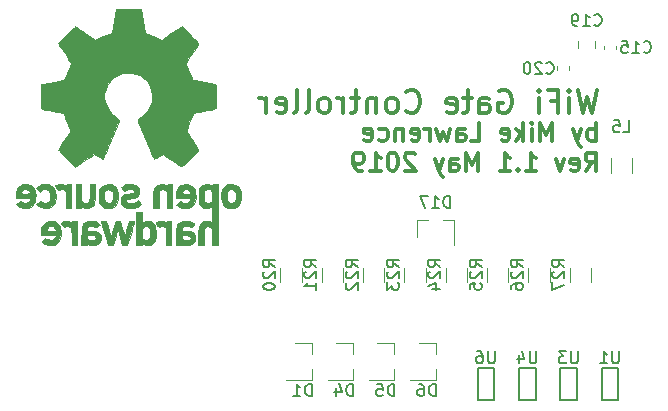
<source format=gbo>
G04 #@! TF.GenerationSoftware,KiCad,Pcbnew,(5.1.2-1)-1*
G04 #@! TF.CreationDate,2019-05-05T13:35:30-05:00*
G04 #@! TF.ProjectId,WiFi-Gate-Controller,57694669-2d47-4617-9465-2d436f6e7472,rev?*
G04 #@! TF.SameCoordinates,Original*
G04 #@! TF.FileFunction,Legend,Bot*
G04 #@! TF.FilePolarity,Positive*
%FSLAX46Y46*%
G04 Gerber Fmt 4.6, Leading zero omitted, Abs format (unit mm)*
G04 Created by KiCad (PCBNEW (5.1.2-1)-1) date 2019-05-05 13:35:30*
%MOMM*%
%LPD*%
G04 APERTURE LIST*
%ADD10C,0.304800*%
%ADD11C,0.203200*%
%ADD12C,0.120000*%
%ADD13C,0.010000*%
%ADD14C,0.152400*%
%ADD15C,0.150000*%
G04 APERTURE END LIST*
D10*
X76315022Y-59141428D02*
X76315022Y-57617428D01*
X76315022Y-58198000D02*
X76169880Y-58125428D01*
X75879594Y-58125428D01*
X75734451Y-58198000D01*
X75661880Y-58270571D01*
X75589308Y-58415714D01*
X75589308Y-58851142D01*
X75661880Y-58996285D01*
X75734451Y-59068857D01*
X75879594Y-59141428D01*
X76169880Y-59141428D01*
X76315022Y-59068857D01*
X75081308Y-58125428D02*
X74718451Y-59141428D01*
X74355594Y-58125428D02*
X74718451Y-59141428D01*
X74863594Y-59504285D01*
X74936165Y-59576857D01*
X75081308Y-59649428D01*
X72613880Y-59141428D02*
X72613880Y-57617428D01*
X72105880Y-58706000D01*
X71597880Y-57617428D01*
X71597880Y-59141428D01*
X70872165Y-59141428D02*
X70872165Y-58125428D01*
X70872165Y-57617428D02*
X70944737Y-57690000D01*
X70872165Y-57762571D01*
X70799594Y-57690000D01*
X70872165Y-57617428D01*
X70872165Y-57762571D01*
X70146451Y-59141428D02*
X70146451Y-57617428D01*
X70001308Y-58560857D02*
X69565880Y-59141428D01*
X69565880Y-58125428D02*
X70146451Y-58706000D01*
X68332165Y-59068857D02*
X68477308Y-59141428D01*
X68767594Y-59141428D01*
X68912737Y-59068857D01*
X68985308Y-58923714D01*
X68985308Y-58343142D01*
X68912737Y-58198000D01*
X68767594Y-58125428D01*
X68477308Y-58125428D01*
X68332165Y-58198000D01*
X68259594Y-58343142D01*
X68259594Y-58488285D01*
X68985308Y-58633428D01*
X65719594Y-59141428D02*
X66445308Y-59141428D01*
X66445308Y-57617428D01*
X64558451Y-59141428D02*
X64558451Y-58343142D01*
X64631022Y-58198000D01*
X64776165Y-58125428D01*
X65066451Y-58125428D01*
X65211594Y-58198000D01*
X64558451Y-59068857D02*
X64703594Y-59141428D01*
X65066451Y-59141428D01*
X65211594Y-59068857D01*
X65284165Y-58923714D01*
X65284165Y-58778571D01*
X65211594Y-58633428D01*
X65066451Y-58560857D01*
X64703594Y-58560857D01*
X64558451Y-58488285D01*
X63977880Y-58125428D02*
X63687594Y-59141428D01*
X63397308Y-58415714D01*
X63107022Y-59141428D01*
X62816737Y-58125428D01*
X62236165Y-59141428D02*
X62236165Y-58125428D01*
X62236165Y-58415714D02*
X62163594Y-58270571D01*
X62091022Y-58198000D01*
X61945880Y-58125428D01*
X61800737Y-58125428D01*
X60712165Y-59068857D02*
X60857308Y-59141428D01*
X61147594Y-59141428D01*
X61292737Y-59068857D01*
X61365308Y-58923714D01*
X61365308Y-58343142D01*
X61292737Y-58198000D01*
X61147594Y-58125428D01*
X60857308Y-58125428D01*
X60712165Y-58198000D01*
X60639594Y-58343142D01*
X60639594Y-58488285D01*
X61365308Y-58633428D01*
X59986451Y-58125428D02*
X59986451Y-59141428D01*
X59986451Y-58270571D02*
X59913880Y-58198000D01*
X59768737Y-58125428D01*
X59551022Y-58125428D01*
X59405880Y-58198000D01*
X59333308Y-58343142D01*
X59333308Y-59141428D01*
X57954451Y-59068857D02*
X58099594Y-59141428D01*
X58389880Y-59141428D01*
X58535022Y-59068857D01*
X58607594Y-58996285D01*
X58680165Y-58851142D01*
X58680165Y-58415714D01*
X58607594Y-58270571D01*
X58535022Y-58198000D01*
X58389880Y-58125428D01*
X58099594Y-58125428D01*
X57954451Y-58198000D01*
X56720737Y-59068857D02*
X56865880Y-59141428D01*
X57156165Y-59141428D01*
X57301308Y-59068857D01*
X57373880Y-58923714D01*
X57373880Y-58343142D01*
X57301308Y-58198000D01*
X57156165Y-58125428D01*
X56865880Y-58125428D01*
X56720737Y-58198000D01*
X56648165Y-58343142D01*
X56648165Y-58488285D01*
X57373880Y-58633428D01*
X75444165Y-61681428D02*
X75952165Y-60955714D01*
X76315022Y-61681428D02*
X76315022Y-60157428D01*
X75734451Y-60157428D01*
X75589308Y-60230000D01*
X75516737Y-60302571D01*
X75444165Y-60447714D01*
X75444165Y-60665428D01*
X75516737Y-60810571D01*
X75589308Y-60883142D01*
X75734451Y-60955714D01*
X76315022Y-60955714D01*
X74210451Y-61608857D02*
X74355594Y-61681428D01*
X74645880Y-61681428D01*
X74791022Y-61608857D01*
X74863594Y-61463714D01*
X74863594Y-60883142D01*
X74791022Y-60738000D01*
X74645880Y-60665428D01*
X74355594Y-60665428D01*
X74210451Y-60738000D01*
X74137880Y-60883142D01*
X74137880Y-61028285D01*
X74863594Y-61173428D01*
X73629880Y-60665428D02*
X73267022Y-61681428D01*
X72904165Y-60665428D01*
X70364165Y-61681428D02*
X71235022Y-61681428D01*
X70799594Y-61681428D02*
X70799594Y-60157428D01*
X70944737Y-60375142D01*
X71089880Y-60520285D01*
X71235022Y-60592857D01*
X69711022Y-61536285D02*
X69638451Y-61608857D01*
X69711022Y-61681428D01*
X69783594Y-61608857D01*
X69711022Y-61536285D01*
X69711022Y-61681428D01*
X68187022Y-61681428D02*
X69057880Y-61681428D01*
X68622451Y-61681428D02*
X68622451Y-60157428D01*
X68767594Y-60375142D01*
X68912737Y-60520285D01*
X69057880Y-60592857D01*
X66372737Y-61681428D02*
X66372737Y-60157428D01*
X65864737Y-61246000D01*
X65356737Y-60157428D01*
X65356737Y-61681428D01*
X63977880Y-61681428D02*
X63977880Y-60883142D01*
X64050451Y-60738000D01*
X64195594Y-60665428D01*
X64485880Y-60665428D01*
X64631022Y-60738000D01*
X63977880Y-61608857D02*
X64123022Y-61681428D01*
X64485880Y-61681428D01*
X64631022Y-61608857D01*
X64703594Y-61463714D01*
X64703594Y-61318571D01*
X64631022Y-61173428D01*
X64485880Y-61100857D01*
X64123022Y-61100857D01*
X63977880Y-61028285D01*
X63397308Y-60665428D02*
X63034451Y-61681428D01*
X62671594Y-60665428D02*
X63034451Y-61681428D01*
X63179594Y-62044285D01*
X63252165Y-62116857D01*
X63397308Y-62189428D01*
X61002451Y-60302571D02*
X60929880Y-60230000D01*
X60784737Y-60157428D01*
X60421880Y-60157428D01*
X60276737Y-60230000D01*
X60204165Y-60302571D01*
X60131594Y-60447714D01*
X60131594Y-60592857D01*
X60204165Y-60810571D01*
X61075022Y-61681428D01*
X60131594Y-61681428D01*
X59188165Y-60157428D02*
X59043022Y-60157428D01*
X58897880Y-60230000D01*
X58825308Y-60302571D01*
X58752737Y-60447714D01*
X58680165Y-60738000D01*
X58680165Y-61100857D01*
X58752737Y-61391142D01*
X58825308Y-61536285D01*
X58897880Y-61608857D01*
X59043022Y-61681428D01*
X59188165Y-61681428D01*
X59333308Y-61608857D01*
X59405880Y-61536285D01*
X59478451Y-61391142D01*
X59551022Y-61100857D01*
X59551022Y-60738000D01*
X59478451Y-60447714D01*
X59405880Y-60302571D01*
X59333308Y-60230000D01*
X59188165Y-60157428D01*
X57228737Y-61681428D02*
X58099594Y-61681428D01*
X57664165Y-61681428D02*
X57664165Y-60157428D01*
X57809308Y-60375142D01*
X57954451Y-60520285D01*
X58099594Y-60592857D01*
X56503022Y-61681428D02*
X56212737Y-61681428D01*
X56067594Y-61608857D01*
X55995022Y-61536285D01*
X55849880Y-61318571D01*
X55777308Y-61028285D01*
X55777308Y-60447714D01*
X55849880Y-60302571D01*
X55922451Y-60230000D01*
X56067594Y-60157428D01*
X56357880Y-60157428D01*
X56503022Y-60230000D01*
X56575594Y-60302571D01*
X56648165Y-60447714D01*
X56648165Y-60810571D01*
X56575594Y-60955714D01*
X56503022Y-61028285D01*
X56357880Y-61100857D01*
X56067594Y-61100857D01*
X55922451Y-61028285D01*
X55849880Y-60955714D01*
X55777308Y-60810571D01*
X76405737Y-54868785D02*
X75952165Y-56773785D01*
X75589308Y-55413071D01*
X75226451Y-56773785D01*
X74772880Y-54868785D01*
X74047165Y-56773785D02*
X74047165Y-55503785D01*
X74047165Y-54868785D02*
X74137880Y-54959500D01*
X74047165Y-55050214D01*
X73956451Y-54959500D01*
X74047165Y-54868785D01*
X74047165Y-55050214D01*
X72505022Y-55775928D02*
X73140022Y-55775928D01*
X73140022Y-56773785D02*
X73140022Y-54868785D01*
X72232880Y-54868785D01*
X71507165Y-56773785D02*
X71507165Y-55503785D01*
X71507165Y-54868785D02*
X71597880Y-54959500D01*
X71507165Y-55050214D01*
X71416451Y-54959500D01*
X71507165Y-54868785D01*
X71507165Y-55050214D01*
X68150737Y-54959500D02*
X68332165Y-54868785D01*
X68604308Y-54868785D01*
X68876451Y-54959500D01*
X69057880Y-55140928D01*
X69148594Y-55322357D01*
X69239308Y-55685214D01*
X69239308Y-55957357D01*
X69148594Y-56320214D01*
X69057880Y-56501642D01*
X68876451Y-56683071D01*
X68604308Y-56773785D01*
X68422880Y-56773785D01*
X68150737Y-56683071D01*
X68060022Y-56592357D01*
X68060022Y-55957357D01*
X68422880Y-55957357D01*
X66427165Y-56773785D02*
X66427165Y-55775928D01*
X66517880Y-55594500D01*
X66699308Y-55503785D01*
X67062165Y-55503785D01*
X67243594Y-55594500D01*
X66427165Y-56683071D02*
X66608594Y-56773785D01*
X67062165Y-56773785D01*
X67243594Y-56683071D01*
X67334308Y-56501642D01*
X67334308Y-56320214D01*
X67243594Y-56138785D01*
X67062165Y-56048071D01*
X66608594Y-56048071D01*
X66427165Y-55957357D01*
X65792165Y-55503785D02*
X65066451Y-55503785D01*
X65520022Y-54868785D02*
X65520022Y-56501642D01*
X65429308Y-56683071D01*
X65247880Y-56773785D01*
X65066451Y-56773785D01*
X63705737Y-56683071D02*
X63887165Y-56773785D01*
X64250022Y-56773785D01*
X64431451Y-56683071D01*
X64522165Y-56501642D01*
X64522165Y-55775928D01*
X64431451Y-55594500D01*
X64250022Y-55503785D01*
X63887165Y-55503785D01*
X63705737Y-55594500D01*
X63615022Y-55775928D01*
X63615022Y-55957357D01*
X64522165Y-56138785D01*
X60258594Y-56592357D02*
X60349308Y-56683071D01*
X60621451Y-56773785D01*
X60802880Y-56773785D01*
X61075022Y-56683071D01*
X61256451Y-56501642D01*
X61347165Y-56320214D01*
X61437880Y-55957357D01*
X61437880Y-55685214D01*
X61347165Y-55322357D01*
X61256451Y-55140928D01*
X61075022Y-54959500D01*
X60802880Y-54868785D01*
X60621451Y-54868785D01*
X60349308Y-54959500D01*
X60258594Y-55050214D01*
X59170022Y-56773785D02*
X59351451Y-56683071D01*
X59442165Y-56592357D01*
X59532880Y-56410928D01*
X59532880Y-55866642D01*
X59442165Y-55685214D01*
X59351451Y-55594500D01*
X59170022Y-55503785D01*
X58897880Y-55503785D01*
X58716451Y-55594500D01*
X58625737Y-55685214D01*
X58535022Y-55866642D01*
X58535022Y-56410928D01*
X58625737Y-56592357D01*
X58716451Y-56683071D01*
X58897880Y-56773785D01*
X59170022Y-56773785D01*
X57718594Y-55503785D02*
X57718594Y-56773785D01*
X57718594Y-55685214D02*
X57627880Y-55594500D01*
X57446451Y-55503785D01*
X57174308Y-55503785D01*
X56992880Y-55594500D01*
X56902165Y-55775928D01*
X56902165Y-56773785D01*
X56267165Y-55503785D02*
X55541451Y-55503785D01*
X55995022Y-54868785D02*
X55995022Y-56501642D01*
X55904308Y-56683071D01*
X55722880Y-56773785D01*
X55541451Y-56773785D01*
X54906451Y-56773785D02*
X54906451Y-55503785D01*
X54906451Y-55866642D02*
X54815737Y-55685214D01*
X54725022Y-55594500D01*
X54543594Y-55503785D01*
X54362165Y-55503785D01*
X53455022Y-56773785D02*
X53636451Y-56683071D01*
X53727165Y-56592357D01*
X53817880Y-56410928D01*
X53817880Y-55866642D01*
X53727165Y-55685214D01*
X53636451Y-55594500D01*
X53455022Y-55503785D01*
X53182880Y-55503785D01*
X53001451Y-55594500D01*
X52910737Y-55685214D01*
X52820022Y-55866642D01*
X52820022Y-56410928D01*
X52910737Y-56592357D01*
X53001451Y-56683071D01*
X53182880Y-56773785D01*
X53455022Y-56773785D01*
X51731451Y-56773785D02*
X51912880Y-56683071D01*
X52003594Y-56501642D01*
X52003594Y-54868785D01*
X50733594Y-56773785D02*
X50915022Y-56683071D01*
X51005737Y-56501642D01*
X51005737Y-54868785D01*
X49282165Y-56683071D02*
X49463594Y-56773785D01*
X49826451Y-56773785D01*
X50007880Y-56683071D01*
X50098594Y-56501642D01*
X50098594Y-55775928D01*
X50007880Y-55594500D01*
X49826451Y-55503785D01*
X49463594Y-55503785D01*
X49282165Y-55594500D01*
X49191451Y-55775928D01*
X49191451Y-55957357D01*
X50098594Y-56138785D01*
X48375022Y-56773785D02*
X48375022Y-55503785D01*
X48375022Y-55866642D02*
X48284308Y-55685214D01*
X48193594Y-55594500D01*
X48012165Y-55503785D01*
X47830737Y-55503785D01*
D11*
X69800000Y-81100000D02*
X71200000Y-81100000D01*
X69800000Y-78400000D02*
X69800000Y-81100000D01*
X71200000Y-78400000D02*
X69800000Y-78400000D01*
X71200000Y-81100000D02*
X71200000Y-78400000D01*
X73300000Y-81100000D02*
X74700000Y-81100000D01*
X73300000Y-78400000D02*
X73300000Y-81100000D01*
X74700000Y-78400000D02*
X73300000Y-78400000D01*
X74700000Y-81100000D02*
X74700000Y-78400000D01*
X76800000Y-81100000D02*
X78200000Y-81100000D01*
X76800000Y-78400000D02*
X76800000Y-81100000D01*
X78200000Y-78400000D02*
X76800000Y-78400000D01*
X78200000Y-81100000D02*
X78200000Y-78400000D01*
X66300000Y-81100000D02*
X67700000Y-81100000D01*
X66300000Y-78400000D02*
X66300000Y-81100000D01*
X67700000Y-78400000D02*
X66300000Y-78400000D01*
X67700000Y-81100000D02*
X67700000Y-78400000D01*
D12*
X61170000Y-65857000D02*
X62100000Y-65857000D01*
X64330000Y-65857000D02*
X63400000Y-65857000D01*
X64330000Y-65857000D02*
X64330000Y-68017000D01*
X61170000Y-65857000D02*
X61170000Y-67317000D01*
D13*
G36*
X43070808Y-62865166D02*
G01*
X42983015Y-62908540D01*
X42874751Y-62984122D01*
X42795845Y-63066542D01*
X42741805Y-63170037D01*
X42708141Y-63308843D01*
X42690363Y-63497194D01*
X42683980Y-63749328D01*
X42683607Y-63857724D01*
X42684696Y-64095287D01*
X42689222Y-64265068D01*
X42699068Y-64382550D01*
X42716118Y-64463215D01*
X42742259Y-64522545D01*
X42769458Y-64563020D01*
X42943080Y-64735225D01*
X43147538Y-64838806D01*
X43368104Y-64869960D01*
X43590046Y-64824885D01*
X43660360Y-64793009D01*
X43828689Y-64705271D01*
X43828689Y-66080172D01*
X43705838Y-66016643D01*
X43543967Y-65967491D01*
X43345005Y-65954900D01*
X43146328Y-65978147D01*
X42996290Y-66030370D01*
X42871841Y-66129826D01*
X42765508Y-66272143D01*
X42757513Y-66286755D01*
X42723793Y-66355582D01*
X42699166Y-66424956D01*
X42682214Y-66508996D01*
X42671519Y-66621816D01*
X42665662Y-66777533D01*
X42663227Y-66990265D01*
X42662787Y-67229664D01*
X42662787Y-67993443D01*
X43120820Y-67993443D01*
X43120820Y-66585108D01*
X43248933Y-66477308D01*
X43382018Y-66391079D01*
X43508048Y-66375401D01*
X43634778Y-66415747D01*
X43702317Y-66455254D01*
X43752586Y-66511527D01*
X43788338Y-66596572D01*
X43812328Y-66722394D01*
X43827311Y-66900998D01*
X43836040Y-67144391D01*
X43839114Y-67306394D01*
X43849508Y-67972623D01*
X44068115Y-67985209D01*
X44286721Y-67997795D01*
X44286721Y-63863464D01*
X43828689Y-63863464D01*
X43817011Y-64093953D01*
X43777662Y-64253950D01*
X43704166Y-64353497D01*
X43590049Y-64402639D01*
X43474754Y-64412459D01*
X43344238Y-64401175D01*
X43257617Y-64356764D01*
X43203451Y-64298081D01*
X43160810Y-64234962D01*
X43135426Y-64164645D01*
X43124131Y-64066123D01*
X43123760Y-63918387D01*
X43127560Y-63794683D01*
X43136288Y-63608328D01*
X43149280Y-63485982D01*
X43171159Y-63408377D01*
X43206546Y-63356245D01*
X43239941Y-63326111D01*
X43379475Y-63260399D01*
X43544619Y-63249787D01*
X43639446Y-63272423D01*
X43733334Y-63352881D01*
X43795526Y-63509392D01*
X43825669Y-63740852D01*
X43828689Y-63863464D01*
X44286721Y-63863464D01*
X44286721Y-62830164D01*
X44057705Y-62830164D01*
X43920206Y-62835602D01*
X43849267Y-62854909D01*
X43828697Y-62892576D01*
X43828689Y-62893692D01*
X43819145Y-62930581D01*
X43777051Y-62926393D01*
X43693361Y-62885859D01*
X43498354Y-62823850D01*
X43278954Y-62817332D01*
X43070808Y-62865166D01*
X43070808Y-62865166D01*
G37*
X43070808Y-62865166D02*
X42983015Y-62908540D01*
X42874751Y-62984122D01*
X42795845Y-63066542D01*
X42741805Y-63170037D01*
X42708141Y-63308843D01*
X42690363Y-63497194D01*
X42683980Y-63749328D01*
X42683607Y-63857724D01*
X42684696Y-64095287D01*
X42689222Y-64265068D01*
X42699068Y-64382550D01*
X42716118Y-64463215D01*
X42742259Y-64522545D01*
X42769458Y-64563020D01*
X42943080Y-64735225D01*
X43147538Y-64838806D01*
X43368104Y-64869960D01*
X43590046Y-64824885D01*
X43660360Y-64793009D01*
X43828689Y-64705271D01*
X43828689Y-66080172D01*
X43705838Y-66016643D01*
X43543967Y-65967491D01*
X43345005Y-65954900D01*
X43146328Y-65978147D01*
X42996290Y-66030370D01*
X42871841Y-66129826D01*
X42765508Y-66272143D01*
X42757513Y-66286755D01*
X42723793Y-66355582D01*
X42699166Y-66424956D01*
X42682214Y-66508996D01*
X42671519Y-66621816D01*
X42665662Y-66777533D01*
X42663227Y-66990265D01*
X42662787Y-67229664D01*
X42662787Y-67993443D01*
X43120820Y-67993443D01*
X43120820Y-66585108D01*
X43248933Y-66477308D01*
X43382018Y-66391079D01*
X43508048Y-66375401D01*
X43634778Y-66415747D01*
X43702317Y-66455254D01*
X43752586Y-66511527D01*
X43788338Y-66596572D01*
X43812328Y-66722394D01*
X43827311Y-66900998D01*
X43836040Y-67144391D01*
X43839114Y-67306394D01*
X43849508Y-67972623D01*
X44068115Y-67985209D01*
X44286721Y-67997795D01*
X44286721Y-63863464D01*
X43828689Y-63863464D01*
X43817011Y-64093953D01*
X43777662Y-64253950D01*
X43704166Y-64353497D01*
X43590049Y-64402639D01*
X43474754Y-64412459D01*
X43344238Y-64401175D01*
X43257617Y-64356764D01*
X43203451Y-64298081D01*
X43160810Y-64234962D01*
X43135426Y-64164645D01*
X43124131Y-64066123D01*
X43123760Y-63918387D01*
X43127560Y-63794683D01*
X43136288Y-63608328D01*
X43149280Y-63485982D01*
X43171159Y-63408377D01*
X43206546Y-63356245D01*
X43239941Y-63326111D01*
X43379475Y-63260399D01*
X43544619Y-63249787D01*
X43639446Y-63272423D01*
X43733334Y-63352881D01*
X43795526Y-63509392D01*
X43825669Y-63740852D01*
X43828689Y-63863464D01*
X44286721Y-63863464D01*
X44286721Y-62830164D01*
X44057705Y-62830164D01*
X43920206Y-62835602D01*
X43849267Y-62854909D01*
X43828697Y-62892576D01*
X43828689Y-62893692D01*
X43819145Y-62930581D01*
X43777051Y-62926393D01*
X43693361Y-62885859D01*
X43498354Y-62823850D01*
X43278954Y-62817332D01*
X43070808Y-62865166D01*
G36*
X41333779Y-65969247D02*
G01*
X41137889Y-66021514D01*
X40988767Y-66116253D01*
X40883535Y-66240338D01*
X40850821Y-66293296D01*
X40826669Y-66348768D01*
X40809784Y-66419730D01*
X40798873Y-66519154D01*
X40792640Y-66660016D01*
X40789791Y-66855289D01*
X40789032Y-67117948D01*
X40789016Y-67187633D01*
X40789016Y-67993443D01*
X40988885Y-67993443D01*
X41116370Y-67984515D01*
X41210634Y-67961896D01*
X41234251Y-67947946D01*
X41298815Y-67923870D01*
X41364759Y-67947946D01*
X41473332Y-67978003D01*
X41631042Y-67990100D01*
X41805844Y-67984851D01*
X41965693Y-67962869D01*
X42059016Y-67934663D01*
X42239609Y-67818731D01*
X42352470Y-67657847D01*
X42403209Y-67443936D01*
X42403680Y-67438443D01*
X42399227Y-67343547D01*
X41996557Y-67343547D01*
X41961354Y-67451484D01*
X41904014Y-67512229D01*
X41788913Y-67558172D01*
X41636986Y-67576512D01*
X41482061Y-67567485D01*
X41357964Y-67531332D01*
X41323197Y-67508137D01*
X41262444Y-67400960D01*
X41247049Y-67279120D01*
X41247049Y-67119017D01*
X41477403Y-67119017D01*
X41696241Y-67135863D01*
X41862137Y-67183593D01*
X41965338Y-67257986D01*
X41996557Y-67343547D01*
X42399227Y-67343547D01*
X42392713Y-67204731D01*
X42315631Y-67019946D01*
X42170714Y-66880206D01*
X42150683Y-66867495D01*
X42064610Y-66826105D01*
X41958073Y-66801041D01*
X41809141Y-66788858D01*
X41632213Y-66786057D01*
X41247049Y-66785902D01*
X41247049Y-66624443D01*
X41263387Y-66499168D01*
X41305078Y-66415241D01*
X41309959Y-66410773D01*
X41402736Y-66374059D01*
X41542784Y-66359828D01*
X41697555Y-66366821D01*
X41834499Y-66393780D01*
X41915759Y-66434212D01*
X41959790Y-66466601D01*
X42006285Y-66472784D01*
X42070451Y-66446248D01*
X42167495Y-66380479D01*
X42312626Y-66268963D01*
X42325947Y-66258516D01*
X42319121Y-66219862D01*
X42262178Y-66155572D01*
X42175630Y-66084131D01*
X42079992Y-66024021D01*
X42049944Y-66009827D01*
X41940341Y-65981503D01*
X41779735Y-65961300D01*
X41600302Y-65953196D01*
X41591911Y-65953180D01*
X41333779Y-65969247D01*
X41333779Y-65969247D01*
G37*
X41333779Y-65969247D02*
X41137889Y-66021514D01*
X40988767Y-66116253D01*
X40883535Y-66240338D01*
X40850821Y-66293296D01*
X40826669Y-66348768D01*
X40809784Y-66419730D01*
X40798873Y-66519154D01*
X40792640Y-66660016D01*
X40789791Y-66855289D01*
X40789032Y-67117948D01*
X40789016Y-67187633D01*
X40789016Y-67993443D01*
X40988885Y-67993443D01*
X41116370Y-67984515D01*
X41210634Y-67961896D01*
X41234251Y-67947946D01*
X41298815Y-67923870D01*
X41364759Y-67947946D01*
X41473332Y-67978003D01*
X41631042Y-67990100D01*
X41805844Y-67984851D01*
X41965693Y-67962869D01*
X42059016Y-67934663D01*
X42239609Y-67818731D01*
X42352470Y-67657847D01*
X42403209Y-67443936D01*
X42403680Y-67438443D01*
X42399227Y-67343547D01*
X41996557Y-67343547D01*
X41961354Y-67451484D01*
X41904014Y-67512229D01*
X41788913Y-67558172D01*
X41636986Y-67576512D01*
X41482061Y-67567485D01*
X41357964Y-67531332D01*
X41323197Y-67508137D01*
X41262444Y-67400960D01*
X41247049Y-67279120D01*
X41247049Y-67119017D01*
X41477403Y-67119017D01*
X41696241Y-67135863D01*
X41862137Y-67183593D01*
X41965338Y-67257986D01*
X41996557Y-67343547D01*
X42399227Y-67343547D01*
X42392713Y-67204731D01*
X42315631Y-67019946D01*
X42170714Y-66880206D01*
X42150683Y-66867495D01*
X42064610Y-66826105D01*
X41958073Y-66801041D01*
X41809141Y-66788858D01*
X41632213Y-66786057D01*
X41247049Y-66785902D01*
X41247049Y-66624443D01*
X41263387Y-66499168D01*
X41305078Y-66415241D01*
X41309959Y-66410773D01*
X41402736Y-66374059D01*
X41542784Y-66359828D01*
X41697555Y-66366821D01*
X41834499Y-66393780D01*
X41915759Y-66434212D01*
X41959790Y-66466601D01*
X42006285Y-66472784D01*
X42070451Y-66446248D01*
X42167495Y-66380479D01*
X42312626Y-66268963D01*
X42325947Y-66258516D01*
X42319121Y-66219862D01*
X42262178Y-66155572D01*
X42175630Y-66084131D01*
X42079992Y-66024021D01*
X42049944Y-66009827D01*
X41940341Y-65981503D01*
X41779735Y-65961300D01*
X41600302Y-65953196D01*
X41591911Y-65953180D01*
X41333779Y-65969247D01*
G36*
X40039475Y-65957540D02*
G01*
X39977163Y-65976218D01*
X39957075Y-66017255D01*
X39956230Y-66035782D01*
X39952625Y-66087383D01*
X39927800Y-66095484D01*
X39860737Y-66060108D01*
X39820902Y-66035937D01*
X39695227Y-65984175D01*
X39545123Y-65958581D01*
X39387737Y-65956613D01*
X39240214Y-65975729D01*
X39119700Y-66013387D01*
X39043340Y-66067044D01*
X39028281Y-66134158D01*
X39035881Y-66152333D01*
X39091282Y-66227777D01*
X39177190Y-66320568D01*
X39192728Y-66335568D01*
X39274612Y-66404540D01*
X39345263Y-66426825D01*
X39444068Y-66411272D01*
X39483652Y-66400938D01*
X39606828Y-66376116D01*
X39693436Y-66387278D01*
X39766576Y-66426646D01*
X39833574Y-66479479D01*
X39882918Y-66545924D01*
X39917209Y-66638652D01*
X39939048Y-66770334D01*
X39951034Y-66953641D01*
X39955769Y-67201246D01*
X39956230Y-67350744D01*
X39956230Y-67993443D01*
X40372623Y-67993443D01*
X40372623Y-65953115D01*
X40164426Y-65953115D01*
X40039475Y-65957540D01*
X40039475Y-65957540D01*
G37*
X40039475Y-65957540D02*
X39977163Y-65976218D01*
X39957075Y-66017255D01*
X39956230Y-66035782D01*
X39952625Y-66087383D01*
X39927800Y-66095484D01*
X39860737Y-66060108D01*
X39820902Y-66035937D01*
X39695227Y-65984175D01*
X39545123Y-65958581D01*
X39387737Y-65956613D01*
X39240214Y-65975729D01*
X39119700Y-66013387D01*
X39043340Y-66067044D01*
X39028281Y-66134158D01*
X39035881Y-66152333D01*
X39091282Y-66227777D01*
X39177190Y-66320568D01*
X39192728Y-66335568D01*
X39274612Y-66404540D01*
X39345263Y-66426825D01*
X39444068Y-66411272D01*
X39483652Y-66400938D01*
X39606828Y-66376116D01*
X39693436Y-66387278D01*
X39766576Y-66426646D01*
X39833574Y-66479479D01*
X39882918Y-66545924D01*
X39917209Y-66638652D01*
X39939048Y-66770334D01*
X39951034Y-66953641D01*
X39955769Y-67201246D01*
X39956230Y-67350744D01*
X39956230Y-67993443D01*
X40372623Y-67993443D01*
X40372623Y-65953115D01*
X40164426Y-65953115D01*
X40039475Y-65957540D01*
G36*
X37416230Y-67993443D02*
G01*
X37645246Y-67993443D01*
X37778175Y-67989546D01*
X37847405Y-67973407D01*
X37872332Y-67938354D01*
X37874262Y-67914653D01*
X37878466Y-67867123D01*
X37904974Y-67858008D01*
X37974633Y-67887308D01*
X38028804Y-67914653D01*
X38236777Y-67979451D01*
X38462853Y-67983201D01*
X38646655Y-67934873D01*
X38817813Y-67818118D01*
X38948284Y-67645781D01*
X39019727Y-67442506D01*
X39021546Y-67431141D01*
X39032161Y-67307136D01*
X39037440Y-67129117D01*
X39037016Y-66994480D01*
X38582172Y-66994480D01*
X38571635Y-67173428D01*
X38547666Y-67320924D01*
X38515217Y-67404217D01*
X38392456Y-67518041D01*
X38246701Y-67558845D01*
X38096393Y-67525848D01*
X37967951Y-67427422D01*
X37919308Y-67361224D01*
X37890866Y-67282231D01*
X37877544Y-67166926D01*
X37874262Y-66993736D01*
X37880135Y-66822229D01*
X37895647Y-66671540D01*
X37917638Y-66570698D01*
X37921303Y-66561659D01*
X38009988Y-66454195D01*
X38139428Y-66395195D01*
X38284257Y-66385669D01*
X38419109Y-66426626D01*
X38518617Y-66519076D01*
X38528940Y-66537473D01*
X38561250Y-66649646D01*
X38578852Y-66810934D01*
X38582172Y-66994480D01*
X39037016Y-66994480D01*
X39036800Y-66926212D01*
X39033806Y-66817010D01*
X39013442Y-66546856D01*
X38971117Y-66344024D01*
X38900706Y-66194077D01*
X38796088Y-66082579D01*
X38694521Y-66017127D01*
X38552616Y-65971117D01*
X38376121Y-65955336D01*
X38195393Y-65968190D01*
X38040787Y-66008081D01*
X37959101Y-66055801D01*
X37874262Y-66132579D01*
X37874262Y-65161967D01*
X37416230Y-65161967D01*
X37416230Y-67993443D01*
X37416230Y-67993443D01*
G37*
X37416230Y-67993443D02*
X37645246Y-67993443D01*
X37778175Y-67989546D01*
X37847405Y-67973407D01*
X37872332Y-67938354D01*
X37874262Y-67914653D01*
X37878466Y-67867123D01*
X37904974Y-67858008D01*
X37974633Y-67887308D01*
X38028804Y-67914653D01*
X38236777Y-67979451D01*
X38462853Y-67983201D01*
X38646655Y-67934873D01*
X38817813Y-67818118D01*
X38948284Y-67645781D01*
X39019727Y-67442506D01*
X39021546Y-67431141D01*
X39032161Y-67307136D01*
X39037440Y-67129117D01*
X39037016Y-66994480D01*
X38582172Y-66994480D01*
X38571635Y-67173428D01*
X38547666Y-67320924D01*
X38515217Y-67404217D01*
X38392456Y-67518041D01*
X38246701Y-67558845D01*
X38096393Y-67525848D01*
X37967951Y-67427422D01*
X37919308Y-67361224D01*
X37890866Y-67282231D01*
X37877544Y-67166926D01*
X37874262Y-66993736D01*
X37880135Y-66822229D01*
X37895647Y-66671540D01*
X37917638Y-66570698D01*
X37921303Y-66561659D01*
X38009988Y-66454195D01*
X38139428Y-66395195D01*
X38284257Y-66385669D01*
X38419109Y-66426626D01*
X38518617Y-66519076D01*
X38528940Y-66537473D01*
X38561250Y-66649646D01*
X38578852Y-66810934D01*
X38582172Y-66994480D01*
X39037016Y-66994480D01*
X39036800Y-66926212D01*
X39033806Y-66817010D01*
X39013442Y-66546856D01*
X38971117Y-66344024D01*
X38900706Y-66194077D01*
X38796088Y-66082579D01*
X38694521Y-66017127D01*
X38552616Y-65971117D01*
X38376121Y-65955336D01*
X38195393Y-65968190D01*
X38040787Y-66008081D01*
X37959101Y-66055801D01*
X37874262Y-66132579D01*
X37874262Y-65161967D01*
X37416230Y-65161967D01*
X37416230Y-67993443D01*
G36*
X35653058Y-65973935D02*
G01*
X35437752Y-66619344D01*
X35222445Y-67264754D01*
X35154936Y-67035738D01*
X35114309Y-66894204D01*
X35060867Y-66702936D01*
X35003158Y-66492693D01*
X34972645Y-66379918D01*
X34857864Y-65953115D01*
X34384313Y-65953115D01*
X34525861Y-66400738D01*
X34595567Y-66620903D01*
X34679777Y-66886471D01*
X34767719Y-67163492D01*
X34846228Y-67410492D01*
X35025048Y-67972623D01*
X35218118Y-67985185D01*
X35411189Y-67997746D01*
X35515882Y-67652070D01*
X35580447Y-67437335D01*
X35650908Y-67200604D01*
X35712489Y-66991526D01*
X35714919Y-66983205D01*
X35760915Y-66841537D01*
X35801497Y-66744874D01*
X35829920Y-66708321D01*
X35835761Y-66712549D01*
X35856262Y-66769217D01*
X35895215Y-66890605D01*
X35947878Y-67061448D01*
X36009509Y-67266482D01*
X36042857Y-67379262D01*
X36223454Y-67993443D01*
X36606733Y-67993443D01*
X36913133Y-67025328D01*
X36999209Y-66753759D01*
X37077620Y-66507138D01*
X37144661Y-66297048D01*
X37196631Y-66135076D01*
X37229826Y-66032808D01*
X37239916Y-66002928D01*
X37231928Y-65972334D01*
X37169208Y-65958935D01*
X37038685Y-65960275D01*
X37018253Y-65961288D01*
X36776208Y-65973935D01*
X36617683Y-66556885D01*
X36559415Y-66769486D01*
X36507345Y-66956377D01*
X36466056Y-67101331D01*
X36440134Y-67188120D01*
X36435344Y-67202269D01*
X36415496Y-67185998D01*
X36375470Y-67101697D01*
X36319862Y-66960842D01*
X36253269Y-66774911D01*
X36196976Y-66606956D01*
X35982422Y-65949209D01*
X35653058Y-65973935D01*
X35653058Y-65973935D01*
G37*
X35653058Y-65973935D02*
X35437752Y-66619344D01*
X35222445Y-67264754D01*
X35154936Y-67035738D01*
X35114309Y-66894204D01*
X35060867Y-66702936D01*
X35003158Y-66492693D01*
X34972645Y-66379918D01*
X34857864Y-65953115D01*
X34384313Y-65953115D01*
X34525861Y-66400738D01*
X34595567Y-66620903D01*
X34679777Y-66886471D01*
X34767719Y-67163492D01*
X34846228Y-67410492D01*
X35025048Y-67972623D01*
X35218118Y-67985185D01*
X35411189Y-67997746D01*
X35515882Y-67652070D01*
X35580447Y-67437335D01*
X35650908Y-67200604D01*
X35712489Y-66991526D01*
X35714919Y-66983205D01*
X35760915Y-66841537D01*
X35801497Y-66744874D01*
X35829920Y-66708321D01*
X35835761Y-66712549D01*
X35856262Y-66769217D01*
X35895215Y-66890605D01*
X35947878Y-67061448D01*
X36009509Y-67266482D01*
X36042857Y-67379262D01*
X36223454Y-67993443D01*
X36606733Y-67993443D01*
X36913133Y-67025328D01*
X36999209Y-66753759D01*
X37077620Y-66507138D01*
X37144661Y-66297048D01*
X37196631Y-66135076D01*
X37229826Y-66032808D01*
X37239916Y-66002928D01*
X37231928Y-65972334D01*
X37169208Y-65958935D01*
X37038685Y-65960275D01*
X37018253Y-65961288D01*
X36776208Y-65973935D01*
X36617683Y-66556885D01*
X36559415Y-66769486D01*
X36507345Y-66956377D01*
X36466056Y-67101331D01*
X36440134Y-67188120D01*
X36435344Y-67202269D01*
X36415496Y-67185998D01*
X36375470Y-67101697D01*
X36319862Y-66960842D01*
X36253269Y-66774911D01*
X36196976Y-66606956D01*
X35982422Y-65949209D01*
X35653058Y-65973935D01*
G36*
X33311330Y-65965480D02*
G01*
X33135821Y-66008109D01*
X33085088Y-66030693D01*
X32986746Y-66089847D01*
X32911273Y-66156472D01*
X32855429Y-66242135D01*
X32815974Y-66358405D01*
X32789668Y-66516848D01*
X32773271Y-66729034D01*
X32763543Y-67006529D01*
X32759849Y-67191885D01*
X32746255Y-67993443D01*
X32978456Y-67993443D01*
X33119323Y-67987536D01*
X33191898Y-67967350D01*
X33210656Y-67933453D01*
X33220559Y-67896799D01*
X33264834Y-67903807D01*
X33325164Y-67933197D01*
X33476197Y-67978246D01*
X33670307Y-67990385D01*
X33874469Y-67970529D01*
X34055660Y-67919592D01*
X34071911Y-67912522D01*
X34237509Y-67796188D01*
X34346676Y-67634467D01*
X34396909Y-67445430D01*
X34393072Y-67377515D01*
X33983237Y-67377515D01*
X33947125Y-67468914D01*
X33840058Y-67534411D01*
X33667316Y-67569563D01*
X33575000Y-67574231D01*
X33421150Y-67562282D01*
X33318885Y-67515844D01*
X33293934Y-67493771D01*
X33226339Y-67373681D01*
X33210656Y-67264754D01*
X33210656Y-67119017D01*
X33413648Y-67119017D01*
X33649613Y-67131043D01*
X33815119Y-67168871D01*
X33919695Y-67235121D01*
X33943109Y-67264656D01*
X33983237Y-67377515D01*
X34393072Y-67377515D01*
X34385705Y-67247148D01*
X34310560Y-67057692D01*
X34208032Y-66929656D01*
X34145935Y-66874302D01*
X34085145Y-66837924D01*
X34006048Y-66815744D01*
X33889029Y-66802982D01*
X33714473Y-66794857D01*
X33645237Y-66792521D01*
X33210656Y-66778321D01*
X33211293Y-66646784D01*
X33228124Y-66508519D01*
X33288974Y-66424917D01*
X33411905Y-66371507D01*
X33415203Y-66370555D01*
X33589496Y-66349555D01*
X33760048Y-66376985D01*
X33886800Y-66443689D01*
X33937658Y-66476625D01*
X33992435Y-66472068D01*
X34076728Y-66424349D01*
X34126227Y-66390671D01*
X34223045Y-66318716D01*
X34283018Y-66264779D01*
X34292641Y-66249337D01*
X34253015Y-66169424D01*
X34135936Y-66073989D01*
X34085082Y-66041789D01*
X33938887Y-65986332D01*
X33741863Y-65954913D01*
X33523011Y-65947855D01*
X33311330Y-65965480D01*
X33311330Y-65965480D01*
G37*
X33311330Y-65965480D02*
X33135821Y-66008109D01*
X33085088Y-66030693D01*
X32986746Y-66089847D01*
X32911273Y-66156472D01*
X32855429Y-66242135D01*
X32815974Y-66358405D01*
X32789668Y-66516848D01*
X32773271Y-66729034D01*
X32763543Y-67006529D01*
X32759849Y-67191885D01*
X32746255Y-67993443D01*
X32978456Y-67993443D01*
X33119323Y-67987536D01*
X33191898Y-67967350D01*
X33210656Y-67933453D01*
X33220559Y-67896799D01*
X33264834Y-67903807D01*
X33325164Y-67933197D01*
X33476197Y-67978246D01*
X33670307Y-67990385D01*
X33874469Y-67970529D01*
X34055660Y-67919592D01*
X34071911Y-67912522D01*
X34237509Y-67796188D01*
X34346676Y-67634467D01*
X34396909Y-67445430D01*
X34393072Y-67377515D01*
X33983237Y-67377515D01*
X33947125Y-67468914D01*
X33840058Y-67534411D01*
X33667316Y-67569563D01*
X33575000Y-67574231D01*
X33421150Y-67562282D01*
X33318885Y-67515844D01*
X33293934Y-67493771D01*
X33226339Y-67373681D01*
X33210656Y-67264754D01*
X33210656Y-67119017D01*
X33413648Y-67119017D01*
X33649613Y-67131043D01*
X33815119Y-67168871D01*
X33919695Y-67235121D01*
X33943109Y-67264656D01*
X33983237Y-67377515D01*
X34393072Y-67377515D01*
X34385705Y-67247148D01*
X34310560Y-67057692D01*
X34208032Y-66929656D01*
X34145935Y-66874302D01*
X34085145Y-66837924D01*
X34006048Y-66815744D01*
X33889029Y-66802982D01*
X33714473Y-66794857D01*
X33645237Y-66792521D01*
X33210656Y-66778321D01*
X33211293Y-66646784D01*
X33228124Y-66508519D01*
X33288974Y-66424917D01*
X33411905Y-66371507D01*
X33415203Y-66370555D01*
X33589496Y-66349555D01*
X33760048Y-66376985D01*
X33886800Y-66443689D01*
X33937658Y-66476625D01*
X33992435Y-66472068D01*
X34076728Y-66424349D01*
X34126227Y-66390671D01*
X34223045Y-66318716D01*
X34283018Y-66264779D01*
X34292641Y-66249337D01*
X34253015Y-66169424D01*
X34135936Y-66073989D01*
X34085082Y-66041789D01*
X33938887Y-65986332D01*
X33741863Y-65954913D01*
X33523011Y-65947855D01*
X33311330Y-65965480D01*
G36*
X31334893Y-65952460D02*
G01*
X31174818Y-65984017D01*
X31083688Y-66030743D01*
X30987821Y-66108370D01*
X31124213Y-66280579D01*
X31208306Y-66384867D01*
X31265408Y-66435746D01*
X31322156Y-66443519D01*
X31405189Y-66418488D01*
X31444167Y-66404327D01*
X31603074Y-66383433D01*
X31748601Y-66428220D01*
X31855440Y-66529399D01*
X31872795Y-66561659D01*
X31891697Y-66647115D01*
X31906284Y-66804606D01*
X31915874Y-67022969D01*
X31919781Y-67291038D01*
X31919836Y-67329172D01*
X31919836Y-67993443D01*
X32377869Y-67993443D01*
X32377869Y-65953115D01*
X32148852Y-65953115D01*
X32016801Y-65956563D01*
X31948008Y-65971907D01*
X31922570Y-66006648D01*
X31919836Y-66039416D01*
X31919836Y-66125717D01*
X31810122Y-66039416D01*
X31684320Y-65980538D01*
X31515319Y-65951426D01*
X31334893Y-65952460D01*
X31334893Y-65952460D01*
G37*
X31334893Y-65952460D02*
X31174818Y-65984017D01*
X31083688Y-66030743D01*
X30987821Y-66108370D01*
X31124213Y-66280579D01*
X31208306Y-66384867D01*
X31265408Y-66435746D01*
X31322156Y-66443519D01*
X31405189Y-66418488D01*
X31444167Y-66404327D01*
X31603074Y-66383433D01*
X31748601Y-66428220D01*
X31855440Y-66529399D01*
X31872795Y-66561659D01*
X31891697Y-66647115D01*
X31906284Y-66804606D01*
X31915874Y-67022969D01*
X31919781Y-67291038D01*
X31919836Y-67329172D01*
X31919836Y-67993443D01*
X32377869Y-67993443D01*
X32377869Y-65953115D01*
X32148852Y-65953115D01*
X32016801Y-65956563D01*
X31948008Y-65971907D01*
X31922570Y-66006648D01*
X31919836Y-66039416D01*
X31919836Y-66125717D01*
X31810122Y-66039416D01*
X31684320Y-65980538D01*
X31515319Y-65951426D01*
X31334893Y-65952460D01*
G36*
X30019158Y-65963999D02*
G01*
X29820124Y-66015746D01*
X29653439Y-66122544D01*
X29572731Y-66202326D01*
X29440432Y-66390931D01*
X29364610Y-66609720D01*
X29338562Y-66878668D01*
X29338429Y-66900410D01*
X29338197Y-67119017D01*
X30596405Y-67119017D01*
X30569585Y-67233525D01*
X30521159Y-67337232D01*
X30436404Y-67445290D01*
X30418677Y-67462541D01*
X30266320Y-67555904D01*
X30092576Y-67571738D01*
X29892589Y-67510313D01*
X29858689Y-67493771D01*
X29754712Y-67443484D01*
X29685069Y-67414834D01*
X29672917Y-67412184D01*
X29630499Y-67437913D01*
X29549601Y-67500861D01*
X29508535Y-67535259D01*
X29423440Y-67614276D01*
X29395497Y-67666451D01*
X29414890Y-67714446D01*
X29425257Y-67727570D01*
X29495469Y-67785008D01*
X29611326Y-67854813D01*
X29692131Y-67895564D01*
X29921499Y-67967362D01*
X30175436Y-67990625D01*
X30415926Y-67963059D01*
X30483279Y-67943321D01*
X30691738Y-67831612D01*
X30846254Y-67659721D01*
X30947722Y-67425979D01*
X30997035Y-67128716D01*
X31002449Y-66973279D01*
X30986641Y-66746973D01*
X30587377Y-66746973D01*
X30548760Y-66763702D01*
X30444958Y-66776829D01*
X30294044Y-66784575D01*
X30191803Y-66785902D01*
X30007899Y-66784623D01*
X29891826Y-66778638D01*
X29828148Y-66764724D01*
X29801433Y-66739655D01*
X29796230Y-66703280D01*
X29831927Y-66591229D01*
X29921804Y-66480488D01*
X30040034Y-66395489D01*
X30158310Y-66360718D01*
X30318956Y-66391563D01*
X30458022Y-66480732D01*
X30554443Y-66609263D01*
X30587377Y-66746973D01*
X30986641Y-66746973D01*
X30979428Y-66643733D01*
X30908376Y-66381175D01*
X30787790Y-66183525D01*
X30616166Y-66048702D01*
X30392002Y-65974626D01*
X30270562Y-65960360D01*
X30019158Y-65963999D01*
X30019158Y-65963999D01*
G37*
X30019158Y-65963999D02*
X29820124Y-66015746D01*
X29653439Y-66122544D01*
X29572731Y-66202326D01*
X29440432Y-66390931D01*
X29364610Y-66609720D01*
X29338562Y-66878668D01*
X29338429Y-66900410D01*
X29338197Y-67119017D01*
X30596405Y-67119017D01*
X30569585Y-67233525D01*
X30521159Y-67337232D01*
X30436404Y-67445290D01*
X30418677Y-67462541D01*
X30266320Y-67555904D01*
X30092576Y-67571738D01*
X29892589Y-67510313D01*
X29858689Y-67493771D01*
X29754712Y-67443484D01*
X29685069Y-67414834D01*
X29672917Y-67412184D01*
X29630499Y-67437913D01*
X29549601Y-67500861D01*
X29508535Y-67535259D01*
X29423440Y-67614276D01*
X29395497Y-67666451D01*
X29414890Y-67714446D01*
X29425257Y-67727570D01*
X29495469Y-67785008D01*
X29611326Y-67854813D01*
X29692131Y-67895564D01*
X29921499Y-67967362D01*
X30175436Y-67990625D01*
X30415926Y-67963059D01*
X30483279Y-67943321D01*
X30691738Y-67831612D01*
X30846254Y-67659721D01*
X30947722Y-67425979D01*
X30997035Y-67128716D01*
X31002449Y-66973279D01*
X30986641Y-66746973D01*
X30587377Y-66746973D01*
X30548760Y-66763702D01*
X30444958Y-66776829D01*
X30294044Y-66784575D01*
X30191803Y-66785902D01*
X30007899Y-66784623D01*
X29891826Y-66778638D01*
X29828148Y-66764724D01*
X29801433Y-66739655D01*
X29796230Y-66703280D01*
X29831927Y-66591229D01*
X29921804Y-66480488D01*
X30040034Y-66395489D01*
X30158310Y-66360718D01*
X30318956Y-66391563D01*
X30458022Y-66480732D01*
X30554443Y-66609263D01*
X30587377Y-66746973D01*
X30986641Y-66746973D01*
X30979428Y-66643733D01*
X30908376Y-66381175D01*
X30787790Y-66183525D01*
X30616166Y-66048702D01*
X30392002Y-65974626D01*
X30270562Y-65960360D01*
X30019158Y-65963999D01*
G36*
X45155390Y-62851802D02*
G01*
X44937553Y-62948108D01*
X44772184Y-63108919D01*
X44659043Y-63334482D01*
X44597888Y-63625042D01*
X44593505Y-63670408D01*
X44590070Y-63990256D01*
X44634602Y-64270614D01*
X44724391Y-64497847D01*
X44772471Y-64570941D01*
X44939945Y-64725643D01*
X45153232Y-64825838D01*
X45391846Y-64867418D01*
X45635303Y-64846272D01*
X45820370Y-64781145D01*
X45979521Y-64671393D01*
X46109596Y-64527496D01*
X46111846Y-64524130D01*
X46164670Y-64435314D01*
X46198999Y-64346005D01*
X46219788Y-64233294D01*
X46231991Y-64074273D01*
X46237367Y-63943868D01*
X46239605Y-63825611D01*
X45823294Y-63825611D01*
X45819225Y-63943335D01*
X45804455Y-64100049D01*
X45778398Y-64200621D01*
X45731407Y-64272173D01*
X45687397Y-64313971D01*
X45531377Y-64401484D01*
X45368131Y-64413179D01*
X45216096Y-64350212D01*
X45140080Y-64279653D01*
X45085303Y-64208550D01*
X45053263Y-64140512D01*
X45039200Y-64051967D01*
X45038358Y-63919339D01*
X45042691Y-63797195D01*
X45052011Y-63622710D01*
X45066788Y-63509538D01*
X45093420Y-63435721D01*
X45138309Y-63379298D01*
X45173880Y-63347050D01*
X45322671Y-63262340D01*
X45483187Y-63258117D01*
X45617780Y-63308292D01*
X45732600Y-63413075D01*
X45801004Y-63585198D01*
X45823294Y-63825611D01*
X46239605Y-63825611D01*
X46242276Y-63684548D01*
X46233893Y-63490610D01*
X46208772Y-63344745D01*
X46163468Y-63229641D01*
X46094536Y-63127986D01*
X46068978Y-63097802D01*
X45909175Y-62947412D01*
X45737769Y-62859566D01*
X45528151Y-62822762D01*
X45425936Y-62819754D01*
X45155390Y-62851802D01*
X45155390Y-62851802D01*
G37*
X45155390Y-62851802D02*
X44937553Y-62948108D01*
X44772184Y-63108919D01*
X44659043Y-63334482D01*
X44597888Y-63625042D01*
X44593505Y-63670408D01*
X44590070Y-63990256D01*
X44634602Y-64270614D01*
X44724391Y-64497847D01*
X44772471Y-64570941D01*
X44939945Y-64725643D01*
X45153232Y-64825838D01*
X45391846Y-64867418D01*
X45635303Y-64846272D01*
X45820370Y-64781145D01*
X45979521Y-64671393D01*
X46109596Y-64527496D01*
X46111846Y-64524130D01*
X46164670Y-64435314D01*
X46198999Y-64346005D01*
X46219788Y-64233294D01*
X46231991Y-64074273D01*
X46237367Y-63943868D01*
X46239605Y-63825611D01*
X45823294Y-63825611D01*
X45819225Y-63943335D01*
X45804455Y-64100049D01*
X45778398Y-64200621D01*
X45731407Y-64272173D01*
X45687397Y-64313971D01*
X45531377Y-64401484D01*
X45368131Y-64413179D01*
X45216096Y-64350212D01*
X45140080Y-64279653D01*
X45085303Y-64208550D01*
X45053263Y-64140512D01*
X45039200Y-64051967D01*
X45038358Y-63919339D01*
X45042691Y-63797195D01*
X45052011Y-63622710D01*
X45066788Y-63509538D01*
X45093420Y-63435721D01*
X45138309Y-63379298D01*
X45173880Y-63347050D01*
X45322671Y-63262340D01*
X45483187Y-63258117D01*
X45617780Y-63308292D01*
X45732600Y-63413075D01*
X45801004Y-63585198D01*
X45823294Y-63825611D01*
X46239605Y-63825611D01*
X46242276Y-63684548D01*
X46233893Y-63490610D01*
X46208772Y-63344745D01*
X46163468Y-63229641D01*
X46094536Y-63127986D01*
X46068978Y-63097802D01*
X45909175Y-62947412D01*
X45737769Y-62859566D01*
X45528151Y-62822762D01*
X45425936Y-62819754D01*
X45155390Y-62851802D01*
G36*
X41242675Y-62876526D02*
G01*
X41201181Y-62896061D01*
X41057566Y-63001263D01*
X40921764Y-63154793D01*
X40820362Y-63323845D01*
X40791520Y-63401567D01*
X40765206Y-63540398D01*
X40749515Y-63708177D01*
X40747609Y-63777459D01*
X40747377Y-63996066D01*
X42005585Y-63996066D01*
X41978766Y-64110574D01*
X41912934Y-64246004D01*
X41797839Y-64363046D01*
X41660913Y-64438442D01*
X41573658Y-64454098D01*
X41455328Y-64435099D01*
X41314149Y-64387446D01*
X41266189Y-64365521D01*
X41088829Y-64276944D01*
X40937470Y-64392391D01*
X40850131Y-64470474D01*
X40803658Y-64534922D01*
X40801305Y-64553837D01*
X40842822Y-64599681D01*
X40933810Y-64669349D01*
X41016395Y-64723700D01*
X41239249Y-64821405D01*
X41489087Y-64865628D01*
X41736710Y-64854130D01*
X41934098Y-64794029D01*
X42137576Y-64665284D01*
X42282179Y-64495774D01*
X42372639Y-64276462D01*
X42413689Y-63998309D01*
X42417329Y-63871034D01*
X42402761Y-63579375D01*
X42400972Y-63570891D01*
X41984059Y-63570891D01*
X41972577Y-63598242D01*
X41925384Y-63613324D01*
X41828049Y-63619788D01*
X41666136Y-63621285D01*
X41603790Y-63621312D01*
X41414103Y-63619052D01*
X41293811Y-63610844D01*
X41229116Y-63594550D01*
X41206220Y-63568027D01*
X41205410Y-63559510D01*
X41231540Y-63491825D01*
X41296937Y-63397005D01*
X41325052Y-63363805D01*
X41429426Y-63269906D01*
X41538225Y-63232988D01*
X41596843Y-63229902D01*
X41755426Y-63268493D01*
X41888413Y-63372155D01*
X41972772Y-63522717D01*
X41974267Y-63527623D01*
X41984059Y-63570891D01*
X42400972Y-63570891D01*
X42354316Y-63349722D01*
X42267045Y-63165983D01*
X42160311Y-63035557D01*
X41962980Y-62894131D01*
X41731015Y-62818556D01*
X41484288Y-62811724D01*
X41242675Y-62876526D01*
X41242675Y-62876526D01*
G37*
X41242675Y-62876526D02*
X41201181Y-62896061D01*
X41057566Y-63001263D01*
X40921764Y-63154793D01*
X40820362Y-63323845D01*
X40791520Y-63401567D01*
X40765206Y-63540398D01*
X40749515Y-63708177D01*
X40747609Y-63777459D01*
X40747377Y-63996066D01*
X42005585Y-63996066D01*
X41978766Y-64110574D01*
X41912934Y-64246004D01*
X41797839Y-64363046D01*
X41660913Y-64438442D01*
X41573658Y-64454098D01*
X41455328Y-64435099D01*
X41314149Y-64387446D01*
X41266189Y-64365521D01*
X41088829Y-64276944D01*
X40937470Y-64392391D01*
X40850131Y-64470474D01*
X40803658Y-64534922D01*
X40801305Y-64553837D01*
X40842822Y-64599681D01*
X40933810Y-64669349D01*
X41016395Y-64723700D01*
X41239249Y-64821405D01*
X41489087Y-64865628D01*
X41736710Y-64854130D01*
X41934098Y-64794029D01*
X42137576Y-64665284D01*
X42282179Y-64495774D01*
X42372639Y-64276462D01*
X42413689Y-63998309D01*
X42417329Y-63871034D01*
X42402761Y-63579375D01*
X42400972Y-63570891D01*
X41984059Y-63570891D01*
X41972577Y-63598242D01*
X41925384Y-63613324D01*
X41828049Y-63619788D01*
X41666136Y-63621285D01*
X41603790Y-63621312D01*
X41414103Y-63619052D01*
X41293811Y-63610844D01*
X41229116Y-63594550D01*
X41206220Y-63568027D01*
X41205410Y-63559510D01*
X41231540Y-63491825D01*
X41296937Y-63397005D01*
X41325052Y-63363805D01*
X41429426Y-63269906D01*
X41538225Y-63232988D01*
X41596843Y-63229902D01*
X41755426Y-63268493D01*
X41888413Y-63372155D01*
X41972772Y-63522717D01*
X41974267Y-63527623D01*
X41984059Y-63570891D01*
X42400972Y-63570891D01*
X42354316Y-63349722D01*
X42267045Y-63165983D01*
X42160311Y-63035557D01*
X41962980Y-62894131D01*
X41731015Y-62818556D01*
X41484288Y-62811724D01*
X41242675Y-62876526D01*
G36*
X36703582Y-62823003D02*
G01*
X36545900Y-62852907D01*
X36382315Y-62915452D01*
X36364836Y-62923426D01*
X36240783Y-62988656D01*
X36154871Y-63049274D01*
X36127102Y-63088106D01*
X36153547Y-63151437D01*
X36217780Y-63244881D01*
X36246292Y-63279762D01*
X36363789Y-63417066D01*
X36515268Y-63327691D01*
X36659430Y-63268152D01*
X36826000Y-63236326D01*
X36985738Y-63234316D01*
X37109406Y-63264221D01*
X37139084Y-63282886D01*
X37195602Y-63368466D01*
X37202471Y-63467049D01*
X37160180Y-63544062D01*
X37135164Y-63558998D01*
X37060204Y-63577547D01*
X36928439Y-63599348D01*
X36766009Y-63620180D01*
X36736044Y-63623447D01*
X36475160Y-63668575D01*
X36285945Y-63745230D01*
X36160457Y-63860491D01*
X36090757Y-64021435D01*
X36069044Y-64218015D01*
X36099039Y-64441473D01*
X36196441Y-64616949D01*
X36361639Y-64744758D01*
X36595023Y-64825218D01*
X36854098Y-64856962D01*
X37065367Y-64856580D01*
X37236735Y-64827749D01*
X37353770Y-64787944D01*
X37501650Y-64718587D01*
X37638313Y-64638097D01*
X37686885Y-64602670D01*
X37811803Y-64500705D01*
X37510491Y-64195813D01*
X37339204Y-64309165D01*
X37167406Y-64394300D01*
X36983952Y-64438830D01*
X36807603Y-64443528D01*
X36657119Y-64409170D01*
X36551260Y-64336529D01*
X36517079Y-64275238D01*
X36522206Y-64176941D01*
X36607143Y-64101773D01*
X36771657Y-64049866D01*
X36951899Y-64025875D01*
X37229291Y-63980104D01*
X37435365Y-63893748D01*
X37572878Y-63764280D01*
X37644587Y-63589172D01*
X37654521Y-63381565D01*
X37605452Y-63164714D01*
X37493580Y-63000805D01*
X37317903Y-62889088D01*
X37077419Y-62828814D01*
X36899257Y-62816999D01*
X36703582Y-62823003D01*
X36703582Y-62823003D01*
G37*
X36703582Y-62823003D02*
X36545900Y-62852907D01*
X36382315Y-62915452D01*
X36364836Y-62923426D01*
X36240783Y-62988656D01*
X36154871Y-63049274D01*
X36127102Y-63088106D01*
X36153547Y-63151437D01*
X36217780Y-63244881D01*
X36246292Y-63279762D01*
X36363789Y-63417066D01*
X36515268Y-63327691D01*
X36659430Y-63268152D01*
X36826000Y-63236326D01*
X36985738Y-63234316D01*
X37109406Y-63264221D01*
X37139084Y-63282886D01*
X37195602Y-63368466D01*
X37202471Y-63467049D01*
X37160180Y-63544062D01*
X37135164Y-63558998D01*
X37060204Y-63577547D01*
X36928439Y-63599348D01*
X36766009Y-63620180D01*
X36736044Y-63623447D01*
X36475160Y-63668575D01*
X36285945Y-63745230D01*
X36160457Y-63860491D01*
X36090757Y-64021435D01*
X36069044Y-64218015D01*
X36099039Y-64441473D01*
X36196441Y-64616949D01*
X36361639Y-64744758D01*
X36595023Y-64825218D01*
X36854098Y-64856962D01*
X37065367Y-64856580D01*
X37236735Y-64827749D01*
X37353770Y-64787944D01*
X37501650Y-64718587D01*
X37638313Y-64638097D01*
X37686885Y-64602670D01*
X37811803Y-64500705D01*
X37510491Y-64195813D01*
X37339204Y-64309165D01*
X37167406Y-64394300D01*
X36983952Y-64438830D01*
X36807603Y-64443528D01*
X36657119Y-64409170D01*
X36551260Y-64336529D01*
X36517079Y-64275238D01*
X36522206Y-64176941D01*
X36607143Y-64101773D01*
X36771657Y-64049866D01*
X36951899Y-64025875D01*
X37229291Y-63980104D01*
X37435365Y-63893748D01*
X37572878Y-63764280D01*
X37644587Y-63589172D01*
X37654521Y-63381565D01*
X37605452Y-63164714D01*
X37493580Y-63000805D01*
X37317903Y-62889088D01*
X37077419Y-62828814D01*
X36899257Y-62816999D01*
X36703582Y-62823003D01*
G36*
X34727479Y-62854805D02*
G01*
X34516864Y-62969505D01*
X34352085Y-63150574D01*
X34274446Y-63297838D01*
X34241114Y-63427907D01*
X34219517Y-63613333D01*
X34210261Y-63826939D01*
X34213955Y-64041550D01*
X34231206Y-64229991D01*
X34251357Y-64330637D01*
X34319333Y-64468323D01*
X34437058Y-64614566D01*
X34578935Y-64742452D01*
X34719368Y-64825063D01*
X34722793Y-64826373D01*
X34897055Y-64862472D01*
X35103573Y-64863365D01*
X35299826Y-64830501D01*
X35375604Y-64804161D01*
X35570779Y-64693484D01*
X35710562Y-64548478D01*
X35802401Y-64356503D01*
X35853746Y-64104920D01*
X35865363Y-63973142D01*
X35863881Y-63807553D01*
X35417541Y-63807553D01*
X35402506Y-64049177D01*
X35359228Y-64233303D01*
X35290449Y-64350949D01*
X35241450Y-64384590D01*
X35115907Y-64408050D01*
X34966682Y-64401104D01*
X34837667Y-64367345D01*
X34803834Y-64348772D01*
X34714572Y-64240599D01*
X34655655Y-64075051D01*
X34630576Y-63873581D01*
X34642826Y-63657646D01*
X34670204Y-63527690D01*
X34748809Y-63377191D01*
X34872896Y-63283114D01*
X35022339Y-63250587D01*
X35177013Y-63284738D01*
X35295826Y-63368273D01*
X35358265Y-63437193D01*
X35394707Y-63505126D01*
X35412077Y-63597064D01*
X35417301Y-63737999D01*
X35417541Y-63807553D01*
X35863881Y-63807553D01*
X35862215Y-63621495D01*
X35804944Y-63333134D01*
X35693543Y-63108049D01*
X35528007Y-62946230D01*
X35308330Y-62847666D01*
X35261158Y-62836236D01*
X34977664Y-62809406D01*
X34727479Y-62854805D01*
X34727479Y-62854805D01*
G37*
X34727479Y-62854805D02*
X34516864Y-62969505D01*
X34352085Y-63150574D01*
X34274446Y-63297838D01*
X34241114Y-63427907D01*
X34219517Y-63613333D01*
X34210261Y-63826939D01*
X34213955Y-64041550D01*
X34231206Y-64229991D01*
X34251357Y-64330637D01*
X34319333Y-64468323D01*
X34437058Y-64614566D01*
X34578935Y-64742452D01*
X34719368Y-64825063D01*
X34722793Y-64826373D01*
X34897055Y-64862472D01*
X35103573Y-64863365D01*
X35299826Y-64830501D01*
X35375604Y-64804161D01*
X35570779Y-64693484D01*
X35710562Y-64548478D01*
X35802401Y-64356503D01*
X35853746Y-64104920D01*
X35865363Y-63973142D01*
X35863881Y-63807553D01*
X35417541Y-63807553D01*
X35402506Y-64049177D01*
X35359228Y-64233303D01*
X35290449Y-64350949D01*
X35241450Y-64384590D01*
X35115907Y-64408050D01*
X34966682Y-64401104D01*
X34837667Y-64367345D01*
X34803834Y-64348772D01*
X34714572Y-64240599D01*
X34655655Y-64075051D01*
X34630576Y-63873581D01*
X34642826Y-63657646D01*
X34670204Y-63527690D01*
X34748809Y-63377191D01*
X34872896Y-63283114D01*
X35022339Y-63250587D01*
X35177013Y-63284738D01*
X35295826Y-63368273D01*
X35358265Y-63437193D01*
X35394707Y-63505126D01*
X35412077Y-63597064D01*
X35417301Y-63737999D01*
X35417541Y-63807553D01*
X35863881Y-63807553D01*
X35862215Y-63621495D01*
X35804944Y-63333134D01*
X35693543Y-63108049D01*
X35528007Y-62946230D01*
X35308330Y-62847666D01*
X35261158Y-62836236D01*
X34977664Y-62809406D01*
X34727479Y-62854805D01*
G36*
X33460492Y-63478311D02*
G01*
X33456556Y-63783698D01*
X33442177Y-64015660D01*
X33413496Y-64183786D01*
X33366652Y-64297671D01*
X33297789Y-64366905D01*
X33203046Y-64401080D01*
X33085738Y-64409811D01*
X32962877Y-64400028D01*
X32869556Y-64364287D01*
X32801916Y-64292995D01*
X32756099Y-64176561D01*
X32728245Y-64005391D01*
X32714496Y-63769896D01*
X32710984Y-63478311D01*
X32710984Y-62830164D01*
X32252951Y-62830164D01*
X32252951Y-64828853D01*
X32481967Y-64828853D01*
X32620029Y-64823258D01*
X32691122Y-64803611D01*
X32710984Y-64766313D01*
X32722946Y-64733094D01*
X32770553Y-64740121D01*
X32866515Y-64787132D01*
X33086452Y-64859654D01*
X33319726Y-64854516D01*
X33543245Y-64775766D01*
X33649687Y-64713558D01*
X33730878Y-64646204D01*
X33790192Y-64561928D01*
X33831004Y-64448957D01*
X33856688Y-64295515D01*
X33870619Y-64089827D01*
X33876171Y-63820118D01*
X33876885Y-63611551D01*
X33876885Y-62830164D01*
X33460492Y-62830164D01*
X33460492Y-63478311D01*
X33460492Y-63478311D01*
G37*
X33460492Y-63478311D02*
X33456556Y-63783698D01*
X33442177Y-64015660D01*
X33413496Y-64183786D01*
X33366652Y-64297671D01*
X33297789Y-64366905D01*
X33203046Y-64401080D01*
X33085738Y-64409811D01*
X32962877Y-64400028D01*
X32869556Y-64364287D01*
X32801916Y-64292995D01*
X32756099Y-64176561D01*
X32728245Y-64005391D01*
X32714496Y-63769896D01*
X32710984Y-63478311D01*
X32710984Y-62830164D01*
X32252951Y-62830164D01*
X32252951Y-64828853D01*
X32481967Y-64828853D01*
X32620029Y-64823258D01*
X32691122Y-64803611D01*
X32710984Y-64766313D01*
X32722946Y-64733094D01*
X32770553Y-64740121D01*
X32866515Y-64787132D01*
X33086452Y-64859654D01*
X33319726Y-64854516D01*
X33543245Y-64775766D01*
X33649687Y-64713558D01*
X33730878Y-64646204D01*
X33790192Y-64561928D01*
X33831004Y-64448957D01*
X33856688Y-64295515D01*
X33870619Y-64089827D01*
X33876171Y-63820118D01*
X33876885Y-63611551D01*
X33876885Y-62830164D01*
X33460492Y-62830164D01*
X33460492Y-63478311D01*
G36*
X29407712Y-62847602D02*
G01*
X29166457Y-62950090D01*
X29090469Y-62999981D01*
X28993352Y-63076651D01*
X28932388Y-63136936D01*
X28921803Y-63156571D01*
X28951692Y-63200142D01*
X29028181Y-63274077D01*
X29089418Y-63325679D01*
X29257033Y-63460378D01*
X29389386Y-63349010D01*
X29491664Y-63277113D01*
X29591390Y-63252296D01*
X29705525Y-63258357D01*
X29886766Y-63303418D01*
X30011525Y-63396949D01*
X30087342Y-63548154D01*
X30121760Y-63766236D01*
X30121769Y-63766373D01*
X30118792Y-64010124D01*
X30072533Y-64188966D01*
X29980258Y-64310730D01*
X29917350Y-64351964D01*
X29750283Y-64403311D01*
X29571838Y-64403342D01*
X29416585Y-64353522D01*
X29379836Y-64329180D01*
X29287670Y-64267004D01*
X29215613Y-64256813D01*
X29137898Y-64303092D01*
X29051982Y-64386212D01*
X28915989Y-64526521D01*
X29066977Y-64650978D01*
X29300260Y-64791443D01*
X29563327Y-64860666D01*
X29838240Y-64855653D01*
X30018784Y-64809755D01*
X30229806Y-64696249D01*
X30398574Y-64517685D01*
X30475247Y-64391639D01*
X30537346Y-64210791D01*
X30568419Y-63981745D01*
X30568658Y-63733510D01*
X30538257Y-63495093D01*
X30477408Y-63295503D01*
X30467824Y-63275039D01*
X30325898Y-63074341D01*
X30133741Y-62928217D01*
X29906536Y-62839698D01*
X29659465Y-62811815D01*
X29407712Y-62847602D01*
X29407712Y-62847602D01*
G37*
X29407712Y-62847602D02*
X29166457Y-62950090D01*
X29090469Y-62999981D01*
X28993352Y-63076651D01*
X28932388Y-63136936D01*
X28921803Y-63156571D01*
X28951692Y-63200142D01*
X29028181Y-63274077D01*
X29089418Y-63325679D01*
X29257033Y-63460378D01*
X29389386Y-63349010D01*
X29491664Y-63277113D01*
X29591390Y-63252296D01*
X29705525Y-63258357D01*
X29886766Y-63303418D01*
X30011525Y-63396949D01*
X30087342Y-63548154D01*
X30121760Y-63766236D01*
X30121769Y-63766373D01*
X30118792Y-64010124D01*
X30072533Y-64188966D01*
X29980258Y-64310730D01*
X29917350Y-64351964D01*
X29750283Y-64403311D01*
X29571838Y-64403342D01*
X29416585Y-64353522D01*
X29379836Y-64329180D01*
X29287670Y-64267004D01*
X29215613Y-64256813D01*
X29137898Y-64303092D01*
X29051982Y-64386212D01*
X28915989Y-64526521D01*
X29066977Y-64650978D01*
X29300260Y-64791443D01*
X29563327Y-64860666D01*
X29838240Y-64855653D01*
X30018784Y-64809755D01*
X30229806Y-64696249D01*
X30398574Y-64517685D01*
X30475247Y-64391639D01*
X30537346Y-64210791D01*
X30568419Y-63981745D01*
X30568658Y-63733510D01*
X30538257Y-63495093D01*
X30477408Y-63295503D01*
X30467824Y-63275039D01*
X30325898Y-63074341D01*
X30133741Y-62928217D01*
X29906536Y-62839698D01*
X29659465Y-62811815D01*
X29407712Y-62847602D01*
G36*
X27882208Y-62823019D02*
G01*
X27775586Y-62848922D01*
X27571170Y-62943772D01*
X27396375Y-63088633D01*
X27275403Y-63262320D01*
X27258783Y-63301317D01*
X27235984Y-63403465D01*
X27220025Y-63554573D01*
X27214590Y-63707301D01*
X27214590Y-63996066D01*
X27818361Y-63996066D01*
X28067381Y-63997007D01*
X28242811Y-64002723D01*
X28354335Y-64017550D01*
X28411640Y-64045827D01*
X28424412Y-64091890D01*
X28402338Y-64160077D01*
X28362795Y-64239863D01*
X28252491Y-64373017D01*
X28099208Y-64439355D01*
X27911859Y-64437194D01*
X27699637Y-64364991D01*
X27516227Y-64275883D01*
X27364038Y-64396220D01*
X27211849Y-64516558D01*
X27355026Y-64648843D01*
X27546172Y-64773832D01*
X27781247Y-64849189D01*
X28034102Y-64870278D01*
X28278587Y-64832460D01*
X28318033Y-64819628D01*
X28532910Y-64707414D01*
X28692750Y-64540118D01*
X28800920Y-64312748D01*
X28860790Y-64020308D01*
X28861487Y-64014040D01*
X28866848Y-63695332D01*
X28845177Y-63581632D01*
X28422131Y-63581632D01*
X28383278Y-63599116D01*
X28277795Y-63612508D01*
X28122293Y-63620155D01*
X28023751Y-63621312D01*
X27839987Y-63620588D01*
X27725086Y-63615983D01*
X27664634Y-63603848D01*
X27644217Y-63580530D01*
X27649419Y-63542382D01*
X27653783Y-63527623D01*
X27728276Y-63388944D01*
X27845434Y-63277179D01*
X27948827Y-63228066D01*
X28086184Y-63231032D01*
X28225371Y-63292278D01*
X28342126Y-63393683D01*
X28412190Y-63517122D01*
X28422131Y-63581632D01*
X28845177Y-63581632D01*
X28813421Y-63415020D01*
X28707428Y-63179780D01*
X28555089Y-62996284D01*
X28362626Y-62871209D01*
X28136258Y-62811229D01*
X27882208Y-62823019D01*
X27882208Y-62823019D01*
G37*
X27882208Y-62823019D02*
X27775586Y-62848922D01*
X27571170Y-62943772D01*
X27396375Y-63088633D01*
X27275403Y-63262320D01*
X27258783Y-63301317D01*
X27235984Y-63403465D01*
X27220025Y-63554573D01*
X27214590Y-63707301D01*
X27214590Y-63996066D01*
X27818361Y-63996066D01*
X28067381Y-63997007D01*
X28242811Y-64002723D01*
X28354335Y-64017550D01*
X28411640Y-64045827D01*
X28424412Y-64091890D01*
X28402338Y-64160077D01*
X28362795Y-64239863D01*
X28252491Y-64373017D01*
X28099208Y-64439355D01*
X27911859Y-64437194D01*
X27699637Y-64364991D01*
X27516227Y-64275883D01*
X27364038Y-64396220D01*
X27211849Y-64516558D01*
X27355026Y-64648843D01*
X27546172Y-64773832D01*
X27781247Y-64849189D01*
X28034102Y-64870278D01*
X28278587Y-64832460D01*
X28318033Y-64819628D01*
X28532910Y-64707414D01*
X28692750Y-64540118D01*
X28800920Y-64312748D01*
X28860790Y-64020308D01*
X28861487Y-64014040D01*
X28866848Y-63695332D01*
X28845177Y-63581632D01*
X28422131Y-63581632D01*
X28383278Y-63599116D01*
X28277795Y-63612508D01*
X28122293Y-63620155D01*
X28023751Y-63621312D01*
X27839987Y-63620588D01*
X27725086Y-63615983D01*
X27664634Y-63603848D01*
X27644217Y-63580530D01*
X27649419Y-63542382D01*
X27653783Y-63527623D01*
X27728276Y-63388944D01*
X27845434Y-63277179D01*
X27948827Y-63228066D01*
X28086184Y-63231032D01*
X28225371Y-63292278D01*
X28342126Y-63393683D01*
X28412190Y-63517122D01*
X28422131Y-63581632D01*
X28845177Y-63581632D01*
X28813421Y-63415020D01*
X28707428Y-63179780D01*
X28555089Y-62996284D01*
X28362626Y-62871209D01*
X28136258Y-62811229D01*
X27882208Y-62823019D01*
G36*
X39246892Y-62864563D02*
G01*
X39143260Y-62914062D01*
X39042894Y-62985561D01*
X38966432Y-63067853D01*
X38910738Y-63172811D01*
X38872677Y-63312313D01*
X38849115Y-63498233D01*
X38836915Y-63742448D01*
X38832944Y-64056833D01*
X38832882Y-64089754D01*
X38831967Y-64828853D01*
X39290000Y-64828853D01*
X39290000Y-64147481D01*
X39290326Y-63895050D01*
X39292581Y-63712093D01*
X39298681Y-63584807D01*
X39310541Y-63499386D01*
X39330076Y-63442026D01*
X39359203Y-63398924D01*
X39399776Y-63356334D01*
X39541731Y-63264824D01*
X39696694Y-63247843D01*
X39844323Y-63305701D01*
X39895663Y-63348763D01*
X39933353Y-63389249D01*
X39960413Y-63432607D01*
X39978603Y-63492463D01*
X39989684Y-63582441D01*
X39995414Y-63716168D01*
X39997556Y-63907270D01*
X39997869Y-64139911D01*
X39997869Y-64828853D01*
X40455902Y-64828853D01*
X40455902Y-62830164D01*
X40226885Y-62830164D01*
X40089386Y-62835602D01*
X40018447Y-62854909D01*
X39997878Y-62892576D01*
X39997869Y-62893692D01*
X39988325Y-62930581D01*
X39946233Y-62926395D01*
X39862541Y-62885861D01*
X39672727Y-62826224D01*
X39455599Y-62819591D01*
X39246892Y-62864563D01*
X39246892Y-62864563D01*
G37*
X39246892Y-62864563D02*
X39143260Y-62914062D01*
X39042894Y-62985561D01*
X38966432Y-63067853D01*
X38910738Y-63172811D01*
X38872677Y-63312313D01*
X38849115Y-63498233D01*
X38836915Y-63742448D01*
X38832944Y-64056833D01*
X38832882Y-64089754D01*
X38831967Y-64828853D01*
X39290000Y-64828853D01*
X39290000Y-64147481D01*
X39290326Y-63895050D01*
X39292581Y-63712093D01*
X39298681Y-63584807D01*
X39310541Y-63499386D01*
X39330076Y-63442026D01*
X39359203Y-63398924D01*
X39399776Y-63356334D01*
X39541731Y-63264824D01*
X39696694Y-63247843D01*
X39844323Y-63305701D01*
X39895663Y-63348763D01*
X39933353Y-63389249D01*
X39960413Y-63432607D01*
X39978603Y-63492463D01*
X39989684Y-63582441D01*
X39995414Y-63716168D01*
X39997556Y-63907270D01*
X39997869Y-64139911D01*
X39997869Y-64828853D01*
X40455902Y-64828853D01*
X40455902Y-62830164D01*
X40226885Y-62830164D01*
X40089386Y-62835602D01*
X40018447Y-62854909D01*
X39997878Y-62892576D01*
X39997869Y-62893692D01*
X39988325Y-62930581D01*
X39946233Y-62926395D01*
X39862541Y-62885861D01*
X39672727Y-62826224D01*
X39455599Y-62819591D01*
X39246892Y-62864563D01*
G36*
X30791131Y-62828231D02*
G01*
X30647908Y-62871989D01*
X30555694Y-62927280D01*
X30525656Y-62971004D01*
X30533924Y-63022834D01*
X30587573Y-63104259D01*
X30632937Y-63161927D01*
X30726454Y-63266182D01*
X30796713Y-63310045D01*
X30856607Y-63307182D01*
X31034280Y-63261967D01*
X31164766Y-63264020D01*
X31270727Y-63315261D01*
X31306300Y-63345252D01*
X31420164Y-63450778D01*
X31420164Y-64828853D01*
X31878197Y-64828853D01*
X31878197Y-62830164D01*
X31649180Y-62830164D01*
X31511682Y-62835602D01*
X31440742Y-62854909D01*
X31420173Y-62892576D01*
X31420164Y-62893692D01*
X31410450Y-62933146D01*
X31366522Y-62928000D01*
X31305656Y-62899536D01*
X31179946Y-62846569D01*
X31077866Y-62814703D01*
X30946520Y-62806533D01*
X30791131Y-62828231D01*
X30791131Y-62828231D01*
G37*
X30791131Y-62828231D02*
X30647908Y-62871989D01*
X30555694Y-62927280D01*
X30525656Y-62971004D01*
X30533924Y-63022834D01*
X30587573Y-63104259D01*
X30632937Y-63161927D01*
X30726454Y-63266182D01*
X30796713Y-63310045D01*
X30856607Y-63307182D01*
X31034280Y-63261967D01*
X31164766Y-63264020D01*
X31270727Y-63315261D01*
X31306300Y-63345252D01*
X31420164Y-63450778D01*
X31420164Y-64828853D01*
X31878197Y-64828853D01*
X31878197Y-62830164D01*
X31649180Y-62830164D01*
X31511682Y-62835602D01*
X31440742Y-62854909D01*
X31420173Y-62892576D01*
X31420164Y-62893692D01*
X31410450Y-62933146D01*
X31366522Y-62928000D01*
X31305656Y-62899536D01*
X31179946Y-62846569D01*
X31077866Y-62814703D01*
X30946520Y-62806533D01*
X30791131Y-62828231D01*
G36*
X35501695Y-49025960D02*
G01*
X35313443Y-50024542D01*
X34618817Y-50310889D01*
X33924192Y-50597237D01*
X33090872Y-50030586D01*
X32857499Y-49872811D01*
X32646543Y-49731939D01*
X32467847Y-49614401D01*
X32331256Y-49526629D01*
X32246614Y-49475055D01*
X32223563Y-49463935D01*
X32182037Y-49492535D01*
X32093302Y-49571604D01*
X31967303Y-49691041D01*
X31813986Y-49840744D01*
X31643298Y-50010615D01*
X31465186Y-50190551D01*
X31289594Y-50370454D01*
X31126470Y-50540222D01*
X30985759Y-50689754D01*
X30877408Y-50808952D01*
X30811363Y-50887713D01*
X30795574Y-50914072D01*
X30818297Y-50962666D01*
X30882001Y-51069126D01*
X30979987Y-51223039D01*
X31105559Y-51413991D01*
X31252018Y-51631569D01*
X31336885Y-51755671D01*
X31491574Y-51982279D01*
X31629030Y-52186770D01*
X31742586Y-52358965D01*
X31825572Y-52488685D01*
X31871322Y-52565751D01*
X31878197Y-52581947D01*
X31862612Y-52627975D01*
X31820132Y-52735250D01*
X31757165Y-52888687D01*
X31680121Y-53073206D01*
X31595410Y-53273721D01*
X31509442Y-53475152D01*
X31428627Y-53662415D01*
X31359373Y-53820428D01*
X31308092Y-53934107D01*
X31281191Y-53988370D01*
X31279604Y-53990506D01*
X31237365Y-54000867D01*
X31124874Y-54023982D01*
X30953791Y-54057579D01*
X30735777Y-54099385D01*
X30482491Y-54147127D01*
X30334712Y-54174659D01*
X30064062Y-54226190D01*
X29819603Y-54275225D01*
X29613700Y-54319081D01*
X29458723Y-54355074D01*
X29367038Y-54380521D01*
X29348607Y-54388595D01*
X29330555Y-54443242D01*
X29315990Y-54566662D01*
X29304902Y-54744423D01*
X29297281Y-54962091D01*
X29293116Y-55205235D01*
X29292398Y-55459423D01*
X29295118Y-55710220D01*
X29301265Y-55943196D01*
X29310829Y-56143918D01*
X29323801Y-56297954D01*
X29340171Y-56390870D01*
X29349989Y-56410213D01*
X29408677Y-56433398D01*
X29533034Y-56466544D01*
X29706610Y-56505758D01*
X29912958Y-56547145D01*
X29984989Y-56560534D01*
X30332281Y-56624147D01*
X30606617Y-56675378D01*
X30817061Y-56716261D01*
X30972678Y-56748834D01*
X31082533Y-56775132D01*
X31155689Y-56797192D01*
X31201213Y-56817049D01*
X31228167Y-56836741D01*
X31231939Y-56840632D01*
X31269585Y-56903324D01*
X31327014Y-57025331D01*
X31398492Y-57191712D01*
X31478285Y-57387529D01*
X31560657Y-57597840D01*
X31639875Y-57807708D01*
X31710204Y-58002191D01*
X31765911Y-58166350D01*
X31801259Y-58285245D01*
X31810516Y-58343936D01*
X31809744Y-58345992D01*
X31778380Y-58393964D01*
X31707226Y-58499516D01*
X31603760Y-58651660D01*
X31475460Y-58839410D01*
X31329801Y-59051780D01*
X31288320Y-59112130D01*
X31140413Y-59330929D01*
X31010261Y-59530562D01*
X30904955Y-59699565D01*
X30831584Y-59826475D01*
X30797237Y-59899829D01*
X30795574Y-59908841D01*
X30824431Y-59956207D01*
X30904169Y-60050042D01*
X31024538Y-60180261D01*
X31175287Y-60336779D01*
X31346164Y-60509510D01*
X31526921Y-60688371D01*
X31707306Y-60863276D01*
X31877068Y-61024140D01*
X32025958Y-61160878D01*
X32143724Y-61263407D01*
X32220117Y-61321640D01*
X32241250Y-61331148D01*
X32290440Y-61308754D01*
X32391153Y-61248356D01*
X32526983Y-61160129D01*
X32631490Y-61089115D01*
X32820851Y-60958811D01*
X33045101Y-60805384D01*
X33270036Y-60652201D01*
X33390968Y-60570218D01*
X33800296Y-60293353D01*
X34143898Y-60479136D01*
X34300435Y-60560523D01*
X34433546Y-60623784D01*
X34523611Y-60659865D01*
X34546537Y-60664885D01*
X34574105Y-60627817D01*
X34628492Y-60523069D01*
X34705637Y-60360303D01*
X34801482Y-60149181D01*
X34911966Y-59899365D01*
X35033029Y-59620517D01*
X35160611Y-59322299D01*
X35290653Y-59014374D01*
X35419094Y-58706404D01*
X35541874Y-58408050D01*
X35654933Y-58128975D01*
X35754212Y-57878841D01*
X35835651Y-57667310D01*
X35895189Y-57504043D01*
X35928766Y-57398705D01*
X35934166Y-57362527D01*
X35891366Y-57316381D01*
X35797656Y-57241472D01*
X35672627Y-57153364D01*
X35662133Y-57146394D01*
X35338980Y-56887721D01*
X35078413Y-56585938D01*
X34882690Y-56250695D01*
X34754068Y-55891642D01*
X34694805Y-55518426D01*
X34707161Y-55140700D01*
X34793393Y-54768111D01*
X34955759Y-54410310D01*
X35003528Y-54332027D01*
X35251991Y-54015919D01*
X35545519Y-53762079D01*
X35873953Y-53571827D01*
X36227135Y-53446485D01*
X36594905Y-53387372D01*
X36967103Y-53395807D01*
X37333571Y-53473112D01*
X37684149Y-53620606D01*
X38008677Y-53839610D01*
X38109064Y-53928498D01*
X38364551Y-54206744D01*
X38550722Y-54499656D01*
X38678430Y-54827986D01*
X38749556Y-55153133D01*
X38767114Y-55518702D01*
X38708566Y-55886086D01*
X38579858Y-56242866D01*
X38386938Y-56576626D01*
X38135752Y-56874947D01*
X37832248Y-57125411D01*
X37792360Y-57151813D01*
X37665991Y-57238272D01*
X37569927Y-57313184D01*
X37524000Y-57361015D01*
X37523332Y-57362527D01*
X37533192Y-57414267D01*
X37572278Y-57531696D01*
X37636528Y-57705154D01*
X37721880Y-57924979D01*
X37824273Y-58181513D01*
X37939646Y-58465096D01*
X38063937Y-58766067D01*
X38193084Y-59074767D01*
X38323026Y-59381536D01*
X38449702Y-59676714D01*
X38569049Y-59950640D01*
X38677006Y-60193656D01*
X38769512Y-60396101D01*
X38842504Y-60548315D01*
X38891923Y-60640638D01*
X38911823Y-60664885D01*
X38972634Y-60646004D01*
X39086418Y-60595364D01*
X39233555Y-60522017D01*
X39314462Y-60479136D01*
X39658065Y-60293353D01*
X40067393Y-60570218D01*
X40276346Y-60712054D01*
X40505113Y-60868141D01*
X40719491Y-61015109D01*
X40826871Y-61089115D01*
X40977898Y-61190531D01*
X41105782Y-61270898D01*
X41193842Y-61320041D01*
X41222445Y-61330429D01*
X41264076Y-61302405D01*
X41356211Y-61224172D01*
X41489918Y-61103852D01*
X41656265Y-60949568D01*
X41846320Y-60769443D01*
X41966521Y-60653790D01*
X42176815Y-60447167D01*
X42358556Y-60262358D01*
X42504397Y-60107270D01*
X42606991Y-59989807D01*
X42658991Y-59917875D01*
X42663980Y-59903278D01*
X42640829Y-59847753D01*
X42576854Y-59735484D01*
X42479153Y-59577837D01*
X42354820Y-59386179D01*
X42210954Y-59171876D01*
X42170041Y-59112130D01*
X42020967Y-58894982D01*
X41887225Y-58699475D01*
X41776291Y-58536599D01*
X41695644Y-58417337D01*
X41652759Y-58352678D01*
X41648617Y-58345992D01*
X41654812Y-58294462D01*
X41687700Y-58181166D01*
X41741545Y-58021042D01*
X41810613Y-57829032D01*
X41889169Y-57620074D01*
X41971480Y-57409109D01*
X42051811Y-57211076D01*
X42124428Y-57040916D01*
X42183595Y-56913567D01*
X42223580Y-56843971D01*
X42226422Y-56840632D01*
X42250873Y-56820742D01*
X42292169Y-56801073D01*
X42359377Y-56779589D01*
X42461559Y-56754253D01*
X42607781Y-56723029D01*
X42807107Y-56683882D01*
X43068603Y-56634775D01*
X43401331Y-56573672D01*
X43473372Y-56560534D01*
X43686885Y-56519282D01*
X43873022Y-56478926D01*
X44015334Y-56443361D01*
X44097371Y-56416480D01*
X44108372Y-56410213D01*
X44126498Y-56354654D01*
X44141233Y-56230495D01*
X44152564Y-56052169D01*
X44160484Y-55834109D01*
X44164981Y-55590746D01*
X44166046Y-55336514D01*
X44163670Y-55085845D01*
X44157841Y-54853171D01*
X44148551Y-54652924D01*
X44135789Y-54499538D01*
X44119546Y-54407444D01*
X44109754Y-54388595D01*
X44055239Y-54369582D01*
X43931104Y-54338650D01*
X43749715Y-54298482D01*
X43523440Y-54251762D01*
X43264647Y-54201173D01*
X43123649Y-54174659D01*
X42856127Y-54124650D01*
X42617562Y-54079346D01*
X42419614Y-54041021D01*
X42273943Y-54011947D01*
X42192209Y-53994397D01*
X42178757Y-53990506D01*
X42156021Y-53946638D01*
X42107960Y-53840976D01*
X42040981Y-53688613D01*
X41961490Y-53504646D01*
X41875892Y-53304170D01*
X41790595Y-53102281D01*
X41712005Y-52914073D01*
X41646527Y-52754642D01*
X41600569Y-52639084D01*
X41580537Y-52582494D01*
X41580164Y-52580021D01*
X41602874Y-52535379D01*
X41666541Y-52432647D01*
X41764475Y-52282037D01*
X41889983Y-52093757D01*
X42036374Y-51878018D01*
X42121475Y-51754098D01*
X42276545Y-51526883D01*
X42414275Y-51320595D01*
X42527947Y-51145671D01*
X42610839Y-51012545D01*
X42656231Y-50931653D01*
X42662787Y-50913520D01*
X42634605Y-50871312D01*
X42556696Y-50781191D01*
X42439010Y-50653254D01*
X42291500Y-50497596D01*
X42124119Y-50324315D01*
X41946819Y-50143507D01*
X41769552Y-49965267D01*
X41602270Y-49799693D01*
X41454925Y-49656880D01*
X41337470Y-49546925D01*
X41259857Y-49479924D01*
X41233892Y-49463935D01*
X41191616Y-49486419D01*
X41090499Y-49549585D01*
X40940373Y-49647003D01*
X40751070Y-49772243D01*
X40532421Y-49918875D01*
X40367489Y-50030586D01*
X39534169Y-50597237D01*
X38839544Y-50310889D01*
X38144918Y-50024542D01*
X37956666Y-49025960D01*
X37768413Y-48027377D01*
X35689948Y-48027377D01*
X35501695Y-49025960D01*
X35501695Y-49025960D01*
G37*
X35501695Y-49025960D02*
X35313443Y-50024542D01*
X34618817Y-50310889D01*
X33924192Y-50597237D01*
X33090872Y-50030586D01*
X32857499Y-49872811D01*
X32646543Y-49731939D01*
X32467847Y-49614401D01*
X32331256Y-49526629D01*
X32246614Y-49475055D01*
X32223563Y-49463935D01*
X32182037Y-49492535D01*
X32093302Y-49571604D01*
X31967303Y-49691041D01*
X31813986Y-49840744D01*
X31643298Y-50010615D01*
X31465186Y-50190551D01*
X31289594Y-50370454D01*
X31126470Y-50540222D01*
X30985759Y-50689754D01*
X30877408Y-50808952D01*
X30811363Y-50887713D01*
X30795574Y-50914072D01*
X30818297Y-50962666D01*
X30882001Y-51069126D01*
X30979987Y-51223039D01*
X31105559Y-51413991D01*
X31252018Y-51631569D01*
X31336885Y-51755671D01*
X31491574Y-51982279D01*
X31629030Y-52186770D01*
X31742586Y-52358965D01*
X31825572Y-52488685D01*
X31871322Y-52565751D01*
X31878197Y-52581947D01*
X31862612Y-52627975D01*
X31820132Y-52735250D01*
X31757165Y-52888687D01*
X31680121Y-53073206D01*
X31595410Y-53273721D01*
X31509442Y-53475152D01*
X31428627Y-53662415D01*
X31359373Y-53820428D01*
X31308092Y-53934107D01*
X31281191Y-53988370D01*
X31279604Y-53990506D01*
X31237365Y-54000867D01*
X31124874Y-54023982D01*
X30953791Y-54057579D01*
X30735777Y-54099385D01*
X30482491Y-54147127D01*
X30334712Y-54174659D01*
X30064062Y-54226190D01*
X29819603Y-54275225D01*
X29613700Y-54319081D01*
X29458723Y-54355074D01*
X29367038Y-54380521D01*
X29348607Y-54388595D01*
X29330555Y-54443242D01*
X29315990Y-54566662D01*
X29304902Y-54744423D01*
X29297281Y-54962091D01*
X29293116Y-55205235D01*
X29292398Y-55459423D01*
X29295118Y-55710220D01*
X29301265Y-55943196D01*
X29310829Y-56143918D01*
X29323801Y-56297954D01*
X29340171Y-56390870D01*
X29349989Y-56410213D01*
X29408677Y-56433398D01*
X29533034Y-56466544D01*
X29706610Y-56505758D01*
X29912958Y-56547145D01*
X29984989Y-56560534D01*
X30332281Y-56624147D01*
X30606617Y-56675378D01*
X30817061Y-56716261D01*
X30972678Y-56748834D01*
X31082533Y-56775132D01*
X31155689Y-56797192D01*
X31201213Y-56817049D01*
X31228167Y-56836741D01*
X31231939Y-56840632D01*
X31269585Y-56903324D01*
X31327014Y-57025331D01*
X31398492Y-57191712D01*
X31478285Y-57387529D01*
X31560657Y-57597840D01*
X31639875Y-57807708D01*
X31710204Y-58002191D01*
X31765911Y-58166350D01*
X31801259Y-58285245D01*
X31810516Y-58343936D01*
X31809744Y-58345992D01*
X31778380Y-58393964D01*
X31707226Y-58499516D01*
X31603760Y-58651660D01*
X31475460Y-58839410D01*
X31329801Y-59051780D01*
X31288320Y-59112130D01*
X31140413Y-59330929D01*
X31010261Y-59530562D01*
X30904955Y-59699565D01*
X30831584Y-59826475D01*
X30797237Y-59899829D01*
X30795574Y-59908841D01*
X30824431Y-59956207D01*
X30904169Y-60050042D01*
X31024538Y-60180261D01*
X31175287Y-60336779D01*
X31346164Y-60509510D01*
X31526921Y-60688371D01*
X31707306Y-60863276D01*
X31877068Y-61024140D01*
X32025958Y-61160878D01*
X32143724Y-61263407D01*
X32220117Y-61321640D01*
X32241250Y-61331148D01*
X32290440Y-61308754D01*
X32391153Y-61248356D01*
X32526983Y-61160129D01*
X32631490Y-61089115D01*
X32820851Y-60958811D01*
X33045101Y-60805384D01*
X33270036Y-60652201D01*
X33390968Y-60570218D01*
X33800296Y-60293353D01*
X34143898Y-60479136D01*
X34300435Y-60560523D01*
X34433546Y-60623784D01*
X34523611Y-60659865D01*
X34546537Y-60664885D01*
X34574105Y-60627817D01*
X34628492Y-60523069D01*
X34705637Y-60360303D01*
X34801482Y-60149181D01*
X34911966Y-59899365D01*
X35033029Y-59620517D01*
X35160611Y-59322299D01*
X35290653Y-59014374D01*
X35419094Y-58706404D01*
X35541874Y-58408050D01*
X35654933Y-58128975D01*
X35754212Y-57878841D01*
X35835651Y-57667310D01*
X35895189Y-57504043D01*
X35928766Y-57398705D01*
X35934166Y-57362527D01*
X35891366Y-57316381D01*
X35797656Y-57241472D01*
X35672627Y-57153364D01*
X35662133Y-57146394D01*
X35338980Y-56887721D01*
X35078413Y-56585938D01*
X34882690Y-56250695D01*
X34754068Y-55891642D01*
X34694805Y-55518426D01*
X34707161Y-55140700D01*
X34793393Y-54768111D01*
X34955759Y-54410310D01*
X35003528Y-54332027D01*
X35251991Y-54015919D01*
X35545519Y-53762079D01*
X35873953Y-53571827D01*
X36227135Y-53446485D01*
X36594905Y-53387372D01*
X36967103Y-53395807D01*
X37333571Y-53473112D01*
X37684149Y-53620606D01*
X38008677Y-53839610D01*
X38109064Y-53928498D01*
X38364551Y-54206744D01*
X38550722Y-54499656D01*
X38678430Y-54827986D01*
X38749556Y-55153133D01*
X38767114Y-55518702D01*
X38708566Y-55886086D01*
X38579858Y-56242866D01*
X38386938Y-56576626D01*
X38135752Y-56874947D01*
X37832248Y-57125411D01*
X37792360Y-57151813D01*
X37665991Y-57238272D01*
X37569927Y-57313184D01*
X37524000Y-57361015D01*
X37523332Y-57362527D01*
X37533192Y-57414267D01*
X37572278Y-57531696D01*
X37636528Y-57705154D01*
X37721880Y-57924979D01*
X37824273Y-58181513D01*
X37939646Y-58465096D01*
X38063937Y-58766067D01*
X38193084Y-59074767D01*
X38323026Y-59381536D01*
X38449702Y-59676714D01*
X38569049Y-59950640D01*
X38677006Y-60193656D01*
X38769512Y-60396101D01*
X38842504Y-60548315D01*
X38891923Y-60640638D01*
X38911823Y-60664885D01*
X38972634Y-60646004D01*
X39086418Y-60595364D01*
X39233555Y-60522017D01*
X39314462Y-60479136D01*
X39658065Y-60293353D01*
X40067393Y-60570218D01*
X40276346Y-60712054D01*
X40505113Y-60868141D01*
X40719491Y-61015109D01*
X40826871Y-61089115D01*
X40977898Y-61190531D01*
X41105782Y-61270898D01*
X41193842Y-61320041D01*
X41222445Y-61330429D01*
X41264076Y-61302405D01*
X41356211Y-61224172D01*
X41489918Y-61103852D01*
X41656265Y-60949568D01*
X41846320Y-60769443D01*
X41966521Y-60653790D01*
X42176815Y-60447167D01*
X42358556Y-60262358D01*
X42504397Y-60107270D01*
X42606991Y-59989807D01*
X42658991Y-59917875D01*
X42663980Y-59903278D01*
X42640829Y-59847753D01*
X42576854Y-59735484D01*
X42479153Y-59577837D01*
X42354820Y-59386179D01*
X42210954Y-59171876D01*
X42170041Y-59112130D01*
X42020967Y-58894982D01*
X41887225Y-58699475D01*
X41776291Y-58536599D01*
X41695644Y-58417337D01*
X41652759Y-58352678D01*
X41648617Y-58345992D01*
X41654812Y-58294462D01*
X41687700Y-58181166D01*
X41741545Y-58021042D01*
X41810613Y-57829032D01*
X41889169Y-57620074D01*
X41971480Y-57409109D01*
X42051811Y-57211076D01*
X42124428Y-57040916D01*
X42183595Y-56913567D01*
X42223580Y-56843971D01*
X42226422Y-56840632D01*
X42250873Y-56820742D01*
X42292169Y-56801073D01*
X42359377Y-56779589D01*
X42461559Y-56754253D01*
X42607781Y-56723029D01*
X42807107Y-56683882D01*
X43068603Y-56634775D01*
X43401331Y-56573672D01*
X43473372Y-56560534D01*
X43686885Y-56519282D01*
X43873022Y-56478926D01*
X44015334Y-56443361D01*
X44097371Y-56416480D01*
X44108372Y-56410213D01*
X44126498Y-56354654D01*
X44141233Y-56230495D01*
X44152564Y-56052169D01*
X44160484Y-55834109D01*
X44164981Y-55590746D01*
X44166046Y-55336514D01*
X44163670Y-55085845D01*
X44157841Y-54853171D01*
X44148551Y-54652924D01*
X44135789Y-54499538D01*
X44119546Y-54407444D01*
X44109754Y-54388595D01*
X44055239Y-54369582D01*
X43931104Y-54338650D01*
X43749715Y-54298482D01*
X43523440Y-54251762D01*
X43264647Y-54201173D01*
X43123649Y-54174659D01*
X42856127Y-54124650D01*
X42617562Y-54079346D01*
X42419614Y-54041021D01*
X42273943Y-54011947D01*
X42192209Y-53994397D01*
X42178757Y-53990506D01*
X42156021Y-53946638D01*
X42107960Y-53840976D01*
X42040981Y-53688613D01*
X41961490Y-53504646D01*
X41875892Y-53304170D01*
X41790595Y-53102281D01*
X41712005Y-52914073D01*
X41646527Y-52754642D01*
X41600569Y-52639084D01*
X41580537Y-52582494D01*
X41580164Y-52580021D01*
X41602874Y-52535379D01*
X41666541Y-52432647D01*
X41764475Y-52282037D01*
X41889983Y-52093757D01*
X42036374Y-51878018D01*
X42121475Y-51754098D01*
X42276545Y-51526883D01*
X42414275Y-51320595D01*
X42527947Y-51145671D01*
X42610839Y-51012545D01*
X42656231Y-50931653D01*
X42662787Y-50913520D01*
X42634605Y-50871312D01*
X42556696Y-50781191D01*
X42439010Y-50653254D01*
X42291500Y-50497596D01*
X42124119Y-50324315D01*
X41946819Y-50143507D01*
X41769552Y-49965267D01*
X41602270Y-49799693D01*
X41454925Y-49656880D01*
X41337470Y-49546925D01*
X41259857Y-49479924D01*
X41233892Y-49463935D01*
X41191616Y-49486419D01*
X41090499Y-49549585D01*
X40940373Y-49647003D01*
X40751070Y-49772243D01*
X40532421Y-49918875D01*
X40367489Y-50030586D01*
X39534169Y-50597237D01*
X38839544Y-50310889D01*
X38144918Y-50024542D01*
X37956666Y-49025960D01*
X37768413Y-48027377D01*
X35689948Y-48027377D01*
X35501695Y-49025960D01*
D12*
X78010000Y-51087221D02*
X78010000Y-51412779D01*
X76990000Y-51087221D02*
X76990000Y-51412779D01*
X74010000Y-52837221D02*
X74010000Y-53162779D01*
X72990000Y-52837221D02*
X72990000Y-53162779D01*
X52260000Y-76270000D02*
X52260000Y-77200000D01*
X52260000Y-79430000D02*
X52260000Y-78500000D01*
X52260000Y-79430000D02*
X50100000Y-79430000D01*
X52260000Y-76270000D02*
X50800000Y-76270000D01*
X55760000Y-76270000D02*
X54300000Y-76270000D01*
X55760000Y-79430000D02*
X53600000Y-79430000D01*
X55760000Y-79430000D02*
X55760000Y-78500000D01*
X55760000Y-76270000D02*
X55760000Y-77200000D01*
X59260000Y-76270000D02*
X59260000Y-77200000D01*
X59260000Y-79430000D02*
X59260000Y-78500000D01*
X59260000Y-79430000D02*
X57100000Y-79430000D01*
X59260000Y-76270000D02*
X57800000Y-76270000D01*
X62760000Y-76270000D02*
X61300000Y-76270000D01*
X62760000Y-79430000D02*
X60600000Y-79430000D01*
X62760000Y-79430000D02*
X62760000Y-78500000D01*
X62760000Y-76270000D02*
X62760000Y-77200000D01*
X79410000Y-60647936D02*
X79410000Y-61852064D01*
X77590000Y-60647936D02*
X77590000Y-61852064D01*
X76225000Y-51258578D02*
X76225000Y-50741422D01*
X74805000Y-51258578D02*
X74805000Y-50741422D01*
X51410000Y-69897936D02*
X51410000Y-71102064D01*
X49590000Y-69897936D02*
X49590000Y-71102064D01*
X54910000Y-69897936D02*
X54910000Y-71102064D01*
X53090000Y-69897936D02*
X53090000Y-71102064D01*
X56590000Y-69897936D02*
X56590000Y-71102064D01*
X58410000Y-69897936D02*
X58410000Y-71102064D01*
X61910000Y-69897936D02*
X61910000Y-71102064D01*
X60090000Y-69897936D02*
X60090000Y-71102064D01*
X63590000Y-69897936D02*
X63590000Y-71102064D01*
X65410000Y-69897936D02*
X65410000Y-71102064D01*
X68910000Y-69897936D02*
X68910000Y-71102064D01*
X67090000Y-69897936D02*
X67090000Y-71102064D01*
X70590000Y-69897936D02*
X70590000Y-71102064D01*
X72410000Y-69897936D02*
X72410000Y-71102064D01*
X75910000Y-69897936D02*
X75910000Y-71102064D01*
X74090000Y-69897936D02*
X74090000Y-71102064D01*
D14*
X71274095Y-76982619D02*
X71274095Y-77805095D01*
X71225714Y-77901857D01*
X71177333Y-77950238D01*
X71080571Y-77998619D01*
X70887047Y-77998619D01*
X70790285Y-77950238D01*
X70741904Y-77901857D01*
X70693523Y-77805095D01*
X70693523Y-76982619D01*
X69774285Y-77321285D02*
X69774285Y-77998619D01*
X70016190Y-76934238D02*
X70258095Y-77659952D01*
X69629142Y-77659952D01*
X74774095Y-76982619D02*
X74774095Y-77805095D01*
X74725714Y-77901857D01*
X74677333Y-77950238D01*
X74580571Y-77998619D01*
X74387047Y-77998619D01*
X74290285Y-77950238D01*
X74241904Y-77901857D01*
X74193523Y-77805095D01*
X74193523Y-76982619D01*
X73806476Y-76982619D02*
X73177523Y-76982619D01*
X73516190Y-77369666D01*
X73371047Y-77369666D01*
X73274285Y-77418047D01*
X73225904Y-77466428D01*
X73177523Y-77563190D01*
X73177523Y-77805095D01*
X73225904Y-77901857D01*
X73274285Y-77950238D01*
X73371047Y-77998619D01*
X73661333Y-77998619D01*
X73758095Y-77950238D01*
X73806476Y-77901857D01*
X78274095Y-76982619D02*
X78274095Y-77805095D01*
X78225714Y-77901857D01*
X78177333Y-77950238D01*
X78080571Y-77998619D01*
X77887047Y-77998619D01*
X77790285Y-77950238D01*
X77741904Y-77901857D01*
X77693523Y-77805095D01*
X77693523Y-76982619D01*
X76677523Y-77998619D02*
X77258095Y-77998619D01*
X76967809Y-77998619D02*
X76967809Y-76982619D01*
X77064571Y-77127761D01*
X77161333Y-77224523D01*
X77258095Y-77272904D01*
X67774095Y-76982619D02*
X67774095Y-77805095D01*
X67725714Y-77901857D01*
X67677333Y-77950238D01*
X67580571Y-77998619D01*
X67387047Y-77998619D01*
X67290285Y-77950238D01*
X67241904Y-77901857D01*
X67193523Y-77805095D01*
X67193523Y-76982619D01*
X66274285Y-76982619D02*
X66467809Y-76982619D01*
X66564571Y-77031000D01*
X66612952Y-77079380D01*
X66709714Y-77224523D01*
X66758095Y-77418047D01*
X66758095Y-77805095D01*
X66709714Y-77901857D01*
X66661333Y-77950238D01*
X66564571Y-77998619D01*
X66371047Y-77998619D01*
X66274285Y-77950238D01*
X66225904Y-77901857D01*
X66177523Y-77805095D01*
X66177523Y-77563190D01*
X66225904Y-77466428D01*
X66274285Y-77418047D01*
X66371047Y-77369666D01*
X66564571Y-77369666D01*
X66661333Y-77418047D01*
X66709714Y-77466428D01*
X66758095Y-77563190D01*
D15*
X63964285Y-64819380D02*
X63964285Y-63819380D01*
X63726190Y-63819380D01*
X63583333Y-63867000D01*
X63488095Y-63962238D01*
X63440476Y-64057476D01*
X63392857Y-64247952D01*
X63392857Y-64390809D01*
X63440476Y-64581285D01*
X63488095Y-64676523D01*
X63583333Y-64771761D01*
X63726190Y-64819380D01*
X63964285Y-64819380D01*
X62440476Y-64819380D02*
X63011904Y-64819380D01*
X62726190Y-64819380D02*
X62726190Y-63819380D01*
X62821428Y-63962238D01*
X62916666Y-64057476D01*
X63011904Y-64105095D01*
X62107142Y-63819380D02*
X61440476Y-63819380D01*
X61869047Y-64819380D01*
X80363857Y-51607142D02*
X80411476Y-51654761D01*
X80554333Y-51702380D01*
X80649571Y-51702380D01*
X80792428Y-51654761D01*
X80887666Y-51559523D01*
X80935285Y-51464285D01*
X80982904Y-51273809D01*
X80982904Y-51130952D01*
X80935285Y-50940476D01*
X80887666Y-50845238D01*
X80792428Y-50750000D01*
X80649571Y-50702380D01*
X80554333Y-50702380D01*
X80411476Y-50750000D01*
X80363857Y-50797619D01*
X79411476Y-51702380D02*
X79982904Y-51702380D01*
X79697190Y-51702380D02*
X79697190Y-50702380D01*
X79792428Y-50845238D01*
X79887666Y-50940476D01*
X79982904Y-50988095D01*
X78506714Y-50702380D02*
X78982904Y-50702380D01*
X79030523Y-51178571D01*
X78982904Y-51130952D01*
X78887666Y-51083333D01*
X78649571Y-51083333D01*
X78554333Y-51130952D01*
X78506714Y-51178571D01*
X78459095Y-51273809D01*
X78459095Y-51511904D01*
X78506714Y-51607142D01*
X78554333Y-51654761D01*
X78649571Y-51702380D01*
X78887666Y-51702380D01*
X78982904Y-51654761D01*
X79030523Y-51607142D01*
X72108857Y-53385142D02*
X72156476Y-53432761D01*
X72299333Y-53480380D01*
X72394571Y-53480380D01*
X72537428Y-53432761D01*
X72632666Y-53337523D01*
X72680285Y-53242285D01*
X72727904Y-53051809D01*
X72727904Y-52908952D01*
X72680285Y-52718476D01*
X72632666Y-52623238D01*
X72537428Y-52528000D01*
X72394571Y-52480380D01*
X72299333Y-52480380D01*
X72156476Y-52528000D01*
X72108857Y-52575619D01*
X71727904Y-52575619D02*
X71680285Y-52528000D01*
X71585047Y-52480380D01*
X71346952Y-52480380D01*
X71251714Y-52528000D01*
X71204095Y-52575619D01*
X71156476Y-52670857D01*
X71156476Y-52766095D01*
X71204095Y-52908952D01*
X71775523Y-53480380D01*
X71156476Y-53480380D01*
X70537428Y-52480380D02*
X70442190Y-52480380D01*
X70346952Y-52528000D01*
X70299333Y-52575619D01*
X70251714Y-52670857D01*
X70204095Y-52861333D01*
X70204095Y-53099428D01*
X70251714Y-53289904D01*
X70299333Y-53385142D01*
X70346952Y-53432761D01*
X70442190Y-53480380D01*
X70537428Y-53480380D01*
X70632666Y-53432761D01*
X70680285Y-53385142D01*
X70727904Y-53289904D01*
X70775523Y-53099428D01*
X70775523Y-52861333D01*
X70727904Y-52670857D01*
X70680285Y-52575619D01*
X70632666Y-52528000D01*
X70537428Y-52480380D01*
D14*
X52249904Y-80759619D02*
X52249904Y-79743619D01*
X52008000Y-79743619D01*
X51862857Y-79792000D01*
X51766095Y-79888761D01*
X51717714Y-79985523D01*
X51669333Y-80179047D01*
X51669333Y-80324190D01*
X51717714Y-80517714D01*
X51766095Y-80614476D01*
X51862857Y-80711238D01*
X52008000Y-80759619D01*
X52249904Y-80759619D01*
X50701714Y-80759619D02*
X51282285Y-80759619D01*
X50992000Y-80759619D02*
X50992000Y-79743619D01*
X51088761Y-79888761D01*
X51185523Y-79985523D01*
X51282285Y-80033904D01*
X55749904Y-80759619D02*
X55749904Y-79743619D01*
X55508000Y-79743619D01*
X55362857Y-79792000D01*
X55266095Y-79888761D01*
X55217714Y-79985523D01*
X55169333Y-80179047D01*
X55169333Y-80324190D01*
X55217714Y-80517714D01*
X55266095Y-80614476D01*
X55362857Y-80711238D01*
X55508000Y-80759619D01*
X55749904Y-80759619D01*
X54298476Y-80082285D02*
X54298476Y-80759619D01*
X54540380Y-79695238D02*
X54782285Y-80420952D01*
X54153333Y-80420952D01*
X59249904Y-80759619D02*
X59249904Y-79743619D01*
X59008000Y-79743619D01*
X58862857Y-79792000D01*
X58766095Y-79888761D01*
X58717714Y-79985523D01*
X58669333Y-80179047D01*
X58669333Y-80324190D01*
X58717714Y-80517714D01*
X58766095Y-80614476D01*
X58862857Y-80711238D01*
X59008000Y-80759619D01*
X59249904Y-80759619D01*
X57750095Y-79743619D02*
X58233904Y-79743619D01*
X58282285Y-80227428D01*
X58233904Y-80179047D01*
X58137142Y-80130666D01*
X57895238Y-80130666D01*
X57798476Y-80179047D01*
X57750095Y-80227428D01*
X57701714Y-80324190D01*
X57701714Y-80566095D01*
X57750095Y-80662857D01*
X57798476Y-80711238D01*
X57895238Y-80759619D01*
X58137142Y-80759619D01*
X58233904Y-80711238D01*
X58282285Y-80662857D01*
X62749904Y-80759619D02*
X62749904Y-79743619D01*
X62508000Y-79743619D01*
X62362857Y-79792000D01*
X62266095Y-79888761D01*
X62217714Y-79985523D01*
X62169333Y-80179047D01*
X62169333Y-80324190D01*
X62217714Y-80517714D01*
X62266095Y-80614476D01*
X62362857Y-80711238D01*
X62508000Y-80759619D01*
X62749904Y-80759619D01*
X61298476Y-79743619D02*
X61492000Y-79743619D01*
X61588761Y-79792000D01*
X61637142Y-79840380D01*
X61733904Y-79985523D01*
X61782285Y-80179047D01*
X61782285Y-80566095D01*
X61733904Y-80662857D01*
X61685523Y-80711238D01*
X61588761Y-80759619D01*
X61395238Y-80759619D01*
X61298476Y-80711238D01*
X61250095Y-80662857D01*
X61201714Y-80566095D01*
X61201714Y-80324190D01*
X61250095Y-80227428D01*
X61298476Y-80179047D01*
X61395238Y-80130666D01*
X61588761Y-80130666D01*
X61685523Y-80179047D01*
X61733904Y-80227428D01*
X61782285Y-80324190D01*
D15*
X78617666Y-58433380D02*
X79093857Y-58433380D01*
X79093857Y-57433380D01*
X77808142Y-57433380D02*
X78284333Y-57433380D01*
X78331952Y-57909571D01*
X78284333Y-57861952D01*
X78189095Y-57814333D01*
X77951000Y-57814333D01*
X77855761Y-57861952D01*
X77808142Y-57909571D01*
X77760523Y-58004809D01*
X77760523Y-58242904D01*
X77808142Y-58338142D01*
X77855761Y-58385761D01*
X77951000Y-58433380D01*
X78189095Y-58433380D01*
X78284333Y-58385761D01*
X78331952Y-58338142D01*
X76172857Y-49321142D02*
X76220476Y-49368761D01*
X76363333Y-49416380D01*
X76458571Y-49416380D01*
X76601428Y-49368761D01*
X76696666Y-49273523D01*
X76744285Y-49178285D01*
X76791904Y-48987809D01*
X76791904Y-48844952D01*
X76744285Y-48654476D01*
X76696666Y-48559238D01*
X76601428Y-48464000D01*
X76458571Y-48416380D01*
X76363333Y-48416380D01*
X76220476Y-48464000D01*
X76172857Y-48511619D01*
X75220476Y-49416380D02*
X75791904Y-49416380D01*
X75506190Y-49416380D02*
X75506190Y-48416380D01*
X75601428Y-48559238D01*
X75696666Y-48654476D01*
X75791904Y-48702095D01*
X74744285Y-49416380D02*
X74553809Y-49416380D01*
X74458571Y-49368761D01*
X74410952Y-49321142D01*
X74315714Y-49178285D01*
X74268095Y-48987809D01*
X74268095Y-48606857D01*
X74315714Y-48511619D01*
X74363333Y-48464000D01*
X74458571Y-48416380D01*
X74649047Y-48416380D01*
X74744285Y-48464000D01*
X74791904Y-48511619D01*
X74839523Y-48606857D01*
X74839523Y-48844952D01*
X74791904Y-48940190D01*
X74744285Y-48987809D01*
X74649047Y-49035428D01*
X74458571Y-49035428D01*
X74363333Y-48987809D01*
X74315714Y-48940190D01*
X74268095Y-48844952D01*
X49132380Y-69857142D02*
X48656190Y-69523809D01*
X49132380Y-69285714D02*
X48132380Y-69285714D01*
X48132380Y-69666666D01*
X48180000Y-69761904D01*
X48227619Y-69809523D01*
X48322857Y-69857142D01*
X48465714Y-69857142D01*
X48560952Y-69809523D01*
X48608571Y-69761904D01*
X48656190Y-69666666D01*
X48656190Y-69285714D01*
X48227619Y-70238095D02*
X48180000Y-70285714D01*
X48132380Y-70380952D01*
X48132380Y-70619047D01*
X48180000Y-70714285D01*
X48227619Y-70761904D01*
X48322857Y-70809523D01*
X48418095Y-70809523D01*
X48560952Y-70761904D01*
X49132380Y-70190476D01*
X49132380Y-70809523D01*
X48132380Y-71428571D02*
X48132380Y-71523809D01*
X48180000Y-71619047D01*
X48227619Y-71666666D01*
X48322857Y-71714285D01*
X48513333Y-71761904D01*
X48751428Y-71761904D01*
X48941904Y-71714285D01*
X49037142Y-71666666D01*
X49084761Y-71619047D01*
X49132380Y-71523809D01*
X49132380Y-71428571D01*
X49084761Y-71333333D01*
X49037142Y-71285714D01*
X48941904Y-71238095D01*
X48751428Y-71190476D01*
X48513333Y-71190476D01*
X48322857Y-71238095D01*
X48227619Y-71285714D01*
X48180000Y-71333333D01*
X48132380Y-71428571D01*
X52632380Y-69857142D02*
X52156190Y-69523809D01*
X52632380Y-69285714D02*
X51632380Y-69285714D01*
X51632380Y-69666666D01*
X51680000Y-69761904D01*
X51727619Y-69809523D01*
X51822857Y-69857142D01*
X51965714Y-69857142D01*
X52060952Y-69809523D01*
X52108571Y-69761904D01*
X52156190Y-69666666D01*
X52156190Y-69285714D01*
X51727619Y-70238095D02*
X51680000Y-70285714D01*
X51632380Y-70380952D01*
X51632380Y-70619047D01*
X51680000Y-70714285D01*
X51727619Y-70761904D01*
X51822857Y-70809523D01*
X51918095Y-70809523D01*
X52060952Y-70761904D01*
X52632380Y-70190476D01*
X52632380Y-70809523D01*
X52632380Y-71761904D02*
X52632380Y-71190476D01*
X52632380Y-71476190D02*
X51632380Y-71476190D01*
X51775238Y-71380952D01*
X51870476Y-71285714D01*
X51918095Y-71190476D01*
X56132380Y-69857142D02*
X55656190Y-69523809D01*
X56132380Y-69285714D02*
X55132380Y-69285714D01*
X55132380Y-69666666D01*
X55180000Y-69761904D01*
X55227619Y-69809523D01*
X55322857Y-69857142D01*
X55465714Y-69857142D01*
X55560952Y-69809523D01*
X55608571Y-69761904D01*
X55656190Y-69666666D01*
X55656190Y-69285714D01*
X55227619Y-70238095D02*
X55180000Y-70285714D01*
X55132380Y-70380952D01*
X55132380Y-70619047D01*
X55180000Y-70714285D01*
X55227619Y-70761904D01*
X55322857Y-70809523D01*
X55418095Y-70809523D01*
X55560952Y-70761904D01*
X56132380Y-70190476D01*
X56132380Y-70809523D01*
X55227619Y-71190476D02*
X55180000Y-71238095D01*
X55132380Y-71333333D01*
X55132380Y-71571428D01*
X55180000Y-71666666D01*
X55227619Y-71714285D01*
X55322857Y-71761904D01*
X55418095Y-71761904D01*
X55560952Y-71714285D01*
X56132380Y-71142857D01*
X56132380Y-71761904D01*
X59632380Y-69857142D02*
X59156190Y-69523809D01*
X59632380Y-69285714D02*
X58632380Y-69285714D01*
X58632380Y-69666666D01*
X58680000Y-69761904D01*
X58727619Y-69809523D01*
X58822857Y-69857142D01*
X58965714Y-69857142D01*
X59060952Y-69809523D01*
X59108571Y-69761904D01*
X59156190Y-69666666D01*
X59156190Y-69285714D01*
X58727619Y-70238095D02*
X58680000Y-70285714D01*
X58632380Y-70380952D01*
X58632380Y-70619047D01*
X58680000Y-70714285D01*
X58727619Y-70761904D01*
X58822857Y-70809523D01*
X58918095Y-70809523D01*
X59060952Y-70761904D01*
X59632380Y-70190476D01*
X59632380Y-70809523D01*
X58632380Y-71142857D02*
X58632380Y-71761904D01*
X59013333Y-71428571D01*
X59013333Y-71571428D01*
X59060952Y-71666666D01*
X59108571Y-71714285D01*
X59203809Y-71761904D01*
X59441904Y-71761904D01*
X59537142Y-71714285D01*
X59584761Y-71666666D01*
X59632380Y-71571428D01*
X59632380Y-71285714D01*
X59584761Y-71190476D01*
X59537142Y-71142857D01*
X63132380Y-69857142D02*
X62656190Y-69523809D01*
X63132380Y-69285714D02*
X62132380Y-69285714D01*
X62132380Y-69666666D01*
X62180000Y-69761904D01*
X62227619Y-69809523D01*
X62322857Y-69857142D01*
X62465714Y-69857142D01*
X62560952Y-69809523D01*
X62608571Y-69761904D01*
X62656190Y-69666666D01*
X62656190Y-69285714D01*
X62227619Y-70238095D02*
X62180000Y-70285714D01*
X62132380Y-70380952D01*
X62132380Y-70619047D01*
X62180000Y-70714285D01*
X62227619Y-70761904D01*
X62322857Y-70809523D01*
X62418095Y-70809523D01*
X62560952Y-70761904D01*
X63132380Y-70190476D01*
X63132380Y-70809523D01*
X62465714Y-71666666D02*
X63132380Y-71666666D01*
X62084761Y-71428571D02*
X62799047Y-71190476D01*
X62799047Y-71809523D01*
X66632380Y-69857142D02*
X66156190Y-69523809D01*
X66632380Y-69285714D02*
X65632380Y-69285714D01*
X65632380Y-69666666D01*
X65680000Y-69761904D01*
X65727619Y-69809523D01*
X65822857Y-69857142D01*
X65965714Y-69857142D01*
X66060952Y-69809523D01*
X66108571Y-69761904D01*
X66156190Y-69666666D01*
X66156190Y-69285714D01*
X65727619Y-70238095D02*
X65680000Y-70285714D01*
X65632380Y-70380952D01*
X65632380Y-70619047D01*
X65680000Y-70714285D01*
X65727619Y-70761904D01*
X65822857Y-70809523D01*
X65918095Y-70809523D01*
X66060952Y-70761904D01*
X66632380Y-70190476D01*
X66632380Y-70809523D01*
X65632380Y-71714285D02*
X65632380Y-71238095D01*
X66108571Y-71190476D01*
X66060952Y-71238095D01*
X66013333Y-71333333D01*
X66013333Y-71571428D01*
X66060952Y-71666666D01*
X66108571Y-71714285D01*
X66203809Y-71761904D01*
X66441904Y-71761904D01*
X66537142Y-71714285D01*
X66584761Y-71666666D01*
X66632380Y-71571428D01*
X66632380Y-71333333D01*
X66584761Y-71238095D01*
X66537142Y-71190476D01*
X70132380Y-69857142D02*
X69656190Y-69523809D01*
X70132380Y-69285714D02*
X69132380Y-69285714D01*
X69132380Y-69666666D01*
X69180000Y-69761904D01*
X69227619Y-69809523D01*
X69322857Y-69857142D01*
X69465714Y-69857142D01*
X69560952Y-69809523D01*
X69608571Y-69761904D01*
X69656190Y-69666666D01*
X69656190Y-69285714D01*
X69227619Y-70238095D02*
X69180000Y-70285714D01*
X69132380Y-70380952D01*
X69132380Y-70619047D01*
X69180000Y-70714285D01*
X69227619Y-70761904D01*
X69322857Y-70809523D01*
X69418095Y-70809523D01*
X69560952Y-70761904D01*
X70132380Y-70190476D01*
X70132380Y-70809523D01*
X69132380Y-71666666D02*
X69132380Y-71476190D01*
X69180000Y-71380952D01*
X69227619Y-71333333D01*
X69370476Y-71238095D01*
X69560952Y-71190476D01*
X69941904Y-71190476D01*
X70037142Y-71238095D01*
X70084761Y-71285714D01*
X70132380Y-71380952D01*
X70132380Y-71571428D01*
X70084761Y-71666666D01*
X70037142Y-71714285D01*
X69941904Y-71761904D01*
X69703809Y-71761904D01*
X69608571Y-71714285D01*
X69560952Y-71666666D01*
X69513333Y-71571428D01*
X69513333Y-71380952D01*
X69560952Y-71285714D01*
X69608571Y-71238095D01*
X69703809Y-71190476D01*
X73632380Y-69857142D02*
X73156190Y-69523809D01*
X73632380Y-69285714D02*
X72632380Y-69285714D01*
X72632380Y-69666666D01*
X72680000Y-69761904D01*
X72727619Y-69809523D01*
X72822857Y-69857142D01*
X72965714Y-69857142D01*
X73060952Y-69809523D01*
X73108571Y-69761904D01*
X73156190Y-69666666D01*
X73156190Y-69285714D01*
X72727619Y-70238095D02*
X72680000Y-70285714D01*
X72632380Y-70380952D01*
X72632380Y-70619047D01*
X72680000Y-70714285D01*
X72727619Y-70761904D01*
X72822857Y-70809523D01*
X72918095Y-70809523D01*
X73060952Y-70761904D01*
X73632380Y-70190476D01*
X73632380Y-70809523D01*
X72632380Y-71142857D02*
X72632380Y-71809523D01*
X73632380Y-71380952D01*
M02*

</source>
